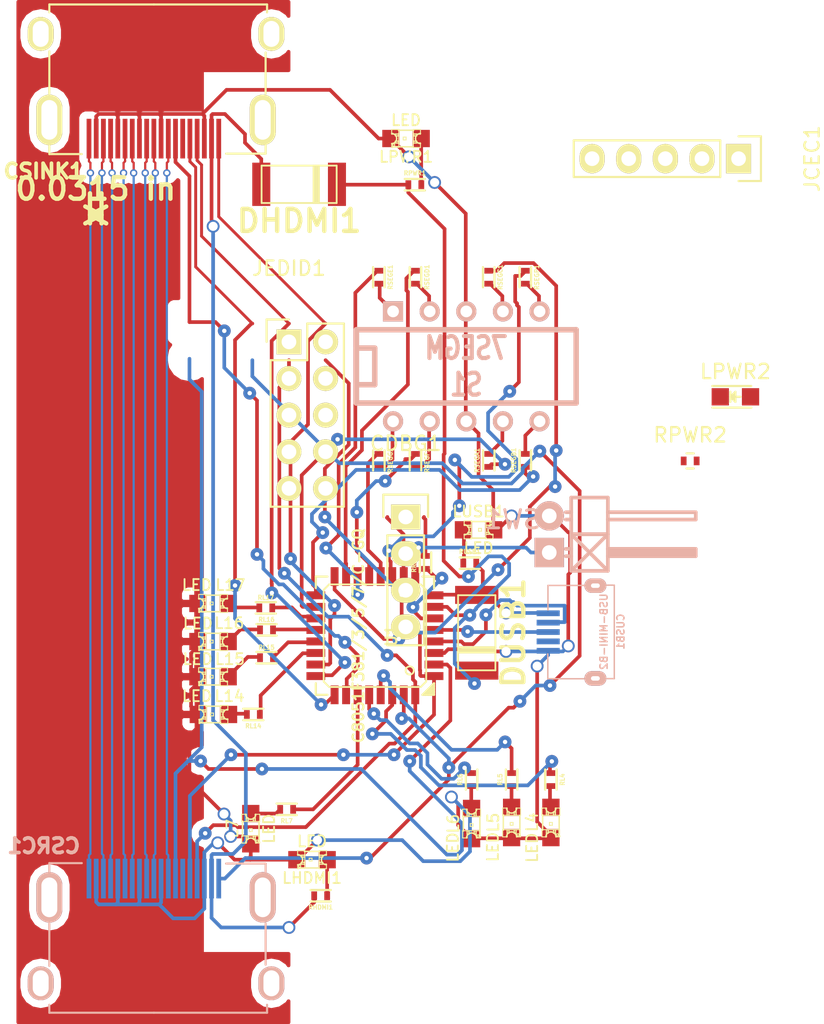
<source format=kicad_pcb>
(kicad_pcb (version 4) (host pcbnew 4.0.4+e1-6308~48~ubuntu14.04.1-stable)
  (layers (0 F.Cu signal) (31 B.Cu signal) (34 B.Paste user) (35 F.Paste user) (36 B.SilkS user) (37 F.SilkS user) (38 B.Mask user) (39 F.Mask user) (44 Edge.Cuts user))
  (net 0 "")
  (net 1 "Net-(CDBG1-Pad2)")
  (net 2 /CLK+)
  (net 3 /D0-)
  (net 4 GND)
  (net 5 /D0+)
  (net 6 /D1-)
  (net 7 /D1+)
  (net 8 /D2-)
  (net 9 /D2+)
  (net 10 /CLK-)
  (net 11 /SINK_CEC)
  (net 12 /SINK_SCL)
  (net 13 /SINK_SDA)
  (net 14 /VHDMI)
  (net 15 /SINK_HPD)
  (net 16 /SRC_CEC)
  (net 17 /SRC_SCL)
  (net 18 /SRC_SDA)
  (net 19 /SRC_HPD)
  (net 20 /D+)
  (net 21 /D-)
  (net 22 /VUSB)
  (net 23 "Net-(L4-Pad1)")
  (net 24 "Net-(L5-Pad1)")
  (net 25 "Net-(L6-Pad1)")
  (net 26 "Net-(L7-Pad1)")
  (net 27 "Net-(L14-Pad1)")
  (net 28 "Net-(L15-Pad1)")
  (net 29 "Net-(L16-Pad1)")
  (net 30 "Net-(L17-Pad1)")
  (net 31 "Net-(LHDMI1-Pad1)")
  (net 32 "Net-(LPWR1-Pad1)")
  (net 33 "Net-(LUSB1-Pad1)")
  (net 34 "Net-(RL4-Pad1)")
  (net 35 "Net-(RL5-Pad1)")
  (net 36 "Net-(RL6-Pad1)")
  (net 37 "Net-(RL7-Pad1)")
  (net 38 "Net-(RL14-Pad1)")
  (net 39 "Net-(RL15-Pad1)")
  (net 40 "Net-(RL16-Pad1)")
  (net 41 "Net-(RL17-Pad1)")
  (net 42 /VCC5V0)
  (net 43 /VCC3V3)
  (net 44 "Net-(RSEGA1-Pad1)")
  (net 45 "Net-(RSEGA1-Pad2)")
  (net 46 "Net-(RSEGB1-Pad1)")
  (net 47 "Net-(RSEGB1-Pad2)")
  (net 48 "Net-(RSEGC1-Pad1)")
  (net 49 "Net-(RSEGC1-Pad2)")
  (net 50 "Net-(RSEGD1-Pad1)")
  (net 51 "Net-(RSEGD1-Pad2)")
  (net 52 "Net-(RSEGE1-Pad1)")
  (net 53 "Net-(RSEGE1-Pad2)")
  (net 54 "Net-(RSEGF1-Pad1)")
  (net 55 "Net-(RSEGF1-Pad2)")
  (net 56 "Net-(RSEGG1-Pad1)")
  (net 57 "Net-(RSEGG1-Pad2)")
  (net 58 "Net-(RSEGP1-Pad1)")
  (net 59 "Net-(RSEGP1-Pad2)")
  (net 60 "Net-(CUSB1-Pad4)")
  (net 61 "Net-(CDBG1-Pad3)")
  (net 62 /RES)
  (net 63 "Net-(JCEC1-Pad1)")
  (net 64 "Net-(LPWR2-Pad1)")
  (module hdmi:hdmi (layer F.Cu) (at 103.718 63.858 180)
    (fp_text reference CSINK1 (at 7.635 -3.563 180) (layer F.SilkS) (effects (font (size 1.016 1.016) (thickness 0.254))))
    (fp_text value HDMI hide)
    (pad 10 smd rect (at 0 -1.3 180) (size 0.3302 2.75) (layers F.Cu F.Paste F.Mask) (net 2 /CLK+))
    (pad 9 smd rect (at 0.5 -1.3 180) (size 0.3302 2.75) (layers F.Cu F.Paste F.Mask) (net 3 /D0-))
    (pad 8 smd rect (at 1 -1.3 180) (size 0.3302 2.75) (layers F.Cu F.Paste F.Mask) (net 4 GND))
    (pad 7 smd rect (at 1.5 -1.3 180) (size 0.3302 2.75) (layers F.Cu F.Paste F.Mask) (net 5 /D0+))
    (pad 6 smd rect (at 2 -1.3 180) (size 0.3302 2.75) (layers F.Cu F.Paste F.Mask) (net 6 /D1-))
    (pad 5 smd rect (at 2.5 -1.3 180) (size 0.3302 2.75) (layers F.Cu F.Paste F.Mask) (net 4 GND))
    (pad 4 smd rect (at 3 -1.3 180) (size 0.3302 2.75) (layers F.Cu F.Paste F.Mask) (net 7 /D1+))
    (pad 3 smd rect (at 3.5 -1.3 180) (size 0.3302 2.75) (layers F.Cu F.Paste F.Mask) (net 8 /D2-))
    (pad 2 smd rect (at 4 -1.3 180) (size 0.3302 2.75) (layers F.Cu F.Paste F.Mask) (net 4 GND))
    (pad 1 smd rect (at 4.5 -1.3 180) (size 0.3302 2.75) (layers F.Cu F.Paste F.Mask) (net 9 /D2+))
    (pad 11 smd rect (at -0.5 -1.3 180) (size 0.3302 2.75) (layers F.Cu F.Paste F.Mask) (net 4 GND))
    (pad 12 smd rect (at -1 -1.3 180) (size 0.3302 2.75) (layers F.Cu F.Paste F.Mask) (net 10 /CLK-))
    (pad 13 smd rect (at -1.5 -1.3 180) (size 0.3302 2.75) (layers F.Cu F.Paste F.Mask) (net 11 /SINK_CEC))
    (pad 14 smd rect (at -2 -1.3 180) (size 0.3302 2.75) (layers F.Cu F.Paste F.Mask) (net 62 /RES))
    (pad 15 smd rect (at -2.5 -1.3 180) (size 0.3302 2.75) (layers F.Cu F.Paste F.Mask) (net 12 /SINK_SCL))
    (pad 16 smd rect (at -3 -1.3 180) (size 0.3302 2.75) (layers F.Cu F.Paste F.Mask) (net 13 /SINK_SDA))
    (pad 17 smd rect (at -3.5 -1.3 180) (size 0.3302 2.75) (layers F.Cu F.Paste F.Mask) (net 4 GND))
    (pad 18 smd rect (at -4 -1.3 180) (size 0.3302 2.75) (layers F.Cu F.Paste F.Mask) (net 14 /VHDMI))
    (pad 19 smd rect (at -4.5 -1.3 180) (size 0.3302 2.75) (layers F.Cu F.Paste F.Mask) (net 15 /SINK_HPD))
    (pad 0 thru_hole oval (at -7.55 0 180) (size 1.8 3.5) (drill oval 1.1 2.75) (layers *.Cu *.Mask F.SilkS))
    (pad 0 thru_hole oval (at 7.25 0 180) (size 1.8 3.5) (drill oval 1.1 2.75) (layers *.Cu *.Mask F.SilkS))
    (pad 0 thru_hole oval (at -8.15 5.96 180) (size 1.8 2.35) (drill oval 1.1 1.8) (layers *.Cu *.Mask F.SilkS))
    (pad 0 thru_hole oval (at 7.85 5.96 180) (size 1.8 2.35) (drill oval 1.1 1.8) (layers *.Cu *.Mask F.SilkS))
  )
  (module hdmi:hdmi (layer B.Cu) (at 103.718 117.758 180)
    (fp_text reference CSRC1 (at 7.635 3.563 180) (layer B.SilkS) (effects (font (size 1.016 1.016) (thickness 0.254)) (justify mirror)))
    (fp_text value HDMI hide)
    (pad 10 smd rect (at 0 1.3 180) (size 0.3302 2.75) (layers B.Cu B.Paste B.Mask) (net 2 /CLK+))
    (pad 9 smd rect (at 0.5 1.3 180) (size 0.3302 2.75) (layers B.Cu B.Paste B.Mask) (net 3 /D0-))
    (pad 8 smd rect (at 1 1.3 180) (size 0.3302 2.75) (layers B.Cu B.Paste B.Mask) (net 4 GND))
    (pad 7 smd rect (at 1.5 1.3 180) (size 0.3302 2.75) (layers B.Cu B.Paste B.Mask) (net 5 /D0+))
    (pad 6 smd rect (at 2 1.3 180) (size 0.3302 2.75) (layers B.Cu B.Paste B.Mask) (net 6 /D1-))
    (pad 5 smd rect (at 2.5 1.3 180) (size 0.3302 2.75) (layers B.Cu B.Paste B.Mask) (net 4 GND))
    (pad 4 smd rect (at 3 1.3 180) (size 0.3302 2.75) (layers B.Cu B.Paste B.Mask) (net 7 /D1+))
    (pad 3 smd rect (at 3.5 1.3 180) (size 0.3302 2.75) (layers B.Cu B.Paste B.Mask) (net 8 /D2-))
    (pad 2 smd rect (at 4 1.3 180) (size 0.3302 2.75) (layers B.Cu B.Paste B.Mask) (net 4 GND))
    (pad 1 smd rect (at 4.5 1.3 180) (size 0.3302 2.75) (layers B.Cu B.Paste B.Mask) (net 9 /D2+))
    (pad 11 smd rect (at -0.5 1.3 180) (size 0.3302 2.75) (layers B.Cu B.Paste B.Mask) (net 4 GND))
    (pad 12 smd rect (at -1 1.3 180) (size 0.3302 2.75) (layers B.Cu B.Paste B.Mask) (net 10 /CLK-))
    (pad 13 smd rect (at -1.5 1.3 180) (size 0.3302 2.75) (layers B.Cu B.Paste B.Mask) (net 16 /SRC_CEC))
    (pad 14 smd rect (at -2 1.3 180) (size 0.3302 2.75) (layers B.Cu B.Paste B.Mask) (net 62 /RES))
    (pad 15 smd rect (at -2.5 1.3 180) (size 0.3302 2.75) (layers B.Cu B.Paste B.Mask) (net 17 /SRC_SCL))
    (pad 16 smd rect (at -3 1.3 180) (size 0.3302 2.75) (layers B.Cu B.Paste B.Mask) (net 18 /SRC_SDA))
    (pad 17 smd rect (at -3.5 1.3 180) (size 0.3302 2.75) (layers B.Cu B.Paste B.Mask) (net 4 GND))
    (pad 18 smd rect (at -4 1.3 180) (size 0.3302 2.75) (layers B.Cu B.Paste B.Mask) (net 14 /VHDMI))
    (pad 19 smd rect (at -4.5 1.3 180) (size 0.3302 2.75) (layers B.Cu B.Paste B.Mask) (net 19 /SRC_HPD))
    (pad 0 thru_hole oval (at -7.55 0 180) (size 1.8 3.5) (drill oval 1.1 2.75) (layers *.Cu *.Mask B.SilkS))
    (pad 0 thru_hole oval (at 7.25 0 180) (size 1.8 3.5) (drill oval 1.1 2.75) (layers *.Cu *.Mask B.SilkS))
    (pad 0 thru_hole oval (at -8.15 -5.96 180) (size 1.8 2.35) (drill oval 1.1 1.8) (layers *.Cu *.Mask B.SilkS))
    (pad 0 thru_hole oval (at 7.85 -5.96 180) (size 1.8 2.35) (drill oval 1.1 1.8) (layers *.Cu *.Mask B.SilkS))
  )
  (module micro-usb:micro-usb (layer B.Cu) (at 134.3406 99.3648 270)
    (fp_text reference CUSB1 (at -0.0254 -1.7526 270) (layer B.SilkS) (effects (font (size 0.5 0.5) (thickness 0.1)) (justify mirror)))
    (fp_text value USB-MINI-B2 (at -0.0254 -0.5842 270) (layer B.SilkS) (effects (font (size 0.5 0.5) (thickness 0.1)) (justify mirror)))
    (pad "" thru_hole oval (at -3.215 0 270) (size 1 1.524) (drill oval 0.31 0.61) (layers *.Cu *.Mask B.SilkS) (clearance 0.01))
    (pad "" thru_hole oval (at 3.215 0 270) (size 1 1.524) (drill oval 0.31 0.61) (layers *.Cu *.Mask B.SilkS) (clearance 0.01))
    (pad 3 smd rect (at 0 3.275 270) (size 0.4 1.6) (layers B.Cu B.Paste B.Mask) (net 21 /D-))
    (pad 4 smd rect (at 0.65 3.275 270) (size 0.4 1.6) (layers B.Cu B.Paste B.Mask) (net 60 "Net-(CUSB1-Pad4)"))
    (pad 2 smd rect (at -0.65 3.275 270) (size 0.4 1.6) (layers B.Cu B.Paste B.Mask) (net 20 /D+))
    (pad 5 smd rect (at 1.3 3.275 270) (size 0.4 1.6) (layers B.Cu B.Paste B.Mask) (net 4 GND))
    (pad 1 smd rect (at -1.3 3.275 270) (size 0.4 1.6) (layers B.Cu B.Paste B.Mask) (net 22 /VUSB))
  )
  (module sod323:sod323 (layer F.Cu) (at 113.792 68.326)
    (fp_text reference DHDMI1 (at 0 2.54) (layer F.SilkS) (effects (font (thickness 0.3048))))
    (fp_text value DIODE hide)
    (pad 1 smd rect (at -2.62382 0) (size 1.24968 2.99974) (layers F.Cu F.Paste F.Mask) (net 14 /VHDMI))
    (pad 2 smd rect (at 2.62382 0) (size 1.24968 2.99974) (layers F.Cu F.Paste F.Mask) (net 42 /VCC5V0))
  )
  (module sod323:sod323 (layer F.Cu) (at 126.111 99.4156 270)
    (fp_text reference DUSB1 (at 0 -2.54 270) (layer F.SilkS) (effects (font (thickness 0.3048))))
    (fp_text value DIODE hide)
    (pad 1 smd rect (at -2.62382 0 270) (size 1.24968 2.99974) (layers F.Cu F.Paste F.Mask) (net 22 /VUSB))
    (pad 2 smd rect (at 2.62382 0 270) (size 1.24968 2.99974) (layers F.Cu F.Paste F.Mask) (net 42 /VCC5V0))
  )
  (module LEDs:LED-0805 (layer F.Cu) (at 131.2544 112.5678 270)
    (fp_text reference L4 (at -0.025 1.3 270) (layer F.SilkS) (effects (font (size 0.762 0.762) (thickness 0.127))))
    (fp_text value LED (at 1.75 1.3 270) (layer F.SilkS) (effects (font (size 0.762 0.762) (thickness 0.127))))
    (pad 1 smd rect (at -1.04902 0 270) (size 1.19888 1.19888) (layers F.Cu F.Paste F.Mask) (net 23 "Net-(L4-Pad1)"))
    (pad 2 smd rect (at 1.04902 0 270) (size 1.19888 1.19888) (layers F.Cu F.Paste F.Mask) (net 4 GND))
  )
  (module LEDs:LED-0805 (layer F.Cu) (at 128.5294 112.5678 270)
    (fp_text reference L5 (at 0 1.27 270) (layer F.SilkS) (effects (font (size 0.762 0.762) (thickness 0.127))))
    (fp_text value LED (at 1.7 1.3 270) (layer F.SilkS) (effects (font (size 0.762 0.762) (thickness 0.127))))
    (pad 1 smd rect (at -1.04902 0 270) (size 1.19888 1.19888) (layers F.Cu F.Paste F.Mask) (net 24 "Net-(L5-Pad1)"))
    (pad 2 smd rect (at 1.04902 0 270) (size 1.19888 1.19888) (layers F.Cu F.Paste F.Mask) (net 4 GND))
  )
  (module LEDs:LED-0805 (layer F.Cu) (at 125.7544 112.6428 270)
    (fp_text reference L6 (at 0 1.27 270) (layer F.SilkS) (effects (font (size 0.762 0.762) (thickness 0.127))))
    (fp_text value LED (at 1.65 1.3 270) (layer F.SilkS) (effects (font (size 0.762 0.762) (thickness 0.127))))
    (pad 1 smd rect (at -1.04902 0 270) (size 1.19888 1.19888) (layers F.Cu F.Paste F.Mask) (net 25 "Net-(L6-Pad1)"))
    (pad 2 smd rect (at 1.04902 0 270) (size 1.19888 1.19888) (layers F.Cu F.Paste F.Mask) (net 4 GND))
  )
  (module LEDs:LED-0805 (layer F.Cu) (at 110.437 112.998 270)
    (fp_text reference L7 (at 0 1.27 270) (layer F.SilkS) (effects (font (size 0.762 0.762) (thickness 0.127))))
    (fp_text value LED (at 0 -1.27 270) (layer F.SilkS) (effects (font (size 0.762 0.762) (thickness 0.127))))
    (pad 1 smd rect (at -1.04902 0 270) (size 1.19888 1.19888) (layers F.Cu F.Paste F.Mask) (net 26 "Net-(L7-Pad1)"))
    (pad 2 smd rect (at 1.04902 0 270) (size 1.19888 1.19888) (layers F.Cu F.Paste F.Mask) (net 4 GND))
  )
  (module LEDs:LED-0805 (layer F.Cu) (at 107.8484 105.0798 180)
    (fp_text reference L14 (at -1.1176 1.27 180) (layer F.SilkS) (effects (font (size 0.762 0.762) (thickness 0.127))))
    (fp_text value LED (at 1.143 1.27 180) (layer F.SilkS) (effects (font (size 0.762 0.762) (thickness 0.127))))
    (pad 1 smd rect (at -1.04902 0 180) (size 1.19888 1.19888) (layers F.Cu F.Paste F.Mask) (net 27 "Net-(L14-Pad1)"))
    (pad 2 smd rect (at 1.04902 0 180) (size 1.19888 1.19888) (layers F.Cu F.Paste F.Mask) (net 4 GND))
  )
  (module LEDs:LED-0805 (layer F.Cu) (at 107.823 102.4636 180)
    (fp_text reference L15 (at -1.1684 1.2192 180) (layer F.SilkS) (effects (font (size 0.762 0.762) (thickness 0.127))))
    (fp_text value LED (at 1.0668 1.2192 180) (layer F.SilkS) (effects (font (size 0.762 0.762) (thickness 0.127))))
    (pad 1 smd rect (at -1.04902 0 180) (size 1.19888 1.19888) (layers F.Cu F.Paste F.Mask) (net 28 "Net-(L15-Pad1)"))
    (pad 2 smd rect (at 1.04902 0 180) (size 1.19888 1.19888) (layers F.Cu F.Paste F.Mask) (net 4 GND))
  )
  (module LEDs:LED-0805 (layer F.Cu) (at 107.823 100.0252 180)
    (fp_text reference L16 (at -1.125 1.275 180) (layer F.SilkS) (effects (font (size 0.762 0.762) (thickness 0.127))))
    (fp_text value LED (at 1.05 1.25 180) (layer F.SilkS) (effects (font (size 0.762 0.762) (thickness 0.127))))
    (pad 1 smd rect (at -1.04902 0 180) (size 1.19888 1.19888) (layers F.Cu F.Paste F.Mask) (net 29 "Net-(L16-Pad1)"))
    (pad 2 smd rect (at 1.04902 0 180) (size 1.19888 1.19888) (layers F.Cu F.Paste F.Mask) (net 4 GND))
  )
  (module LEDs:LED-0805 (layer F.Cu) (at 107.823 97.3836 180)
    (fp_text reference L17 (at -1.2 1.275 180) (layer F.SilkS) (effects (font (size 0.762 0.762) (thickness 0.127))))
    (fp_text value LED (at 1.125 1.275 180) (layer F.SilkS) (effects (font (size 0.762 0.762) (thickness 0.127))))
    (pad 1 smd rect (at -1.04902 0 180) (size 1.19888 1.19888) (layers F.Cu F.Paste F.Mask) (net 30 "Net-(L17-Pad1)"))
    (pad 2 smd rect (at 1.04902 0 180) (size 1.19888 1.19888) (layers F.Cu F.Paste F.Mask) (net 4 GND))
  )
  (module LEDs:LED-0805 (layer F.Cu) (at 114.687 115.148 180)
    (fp_text reference LHDMI1 (at 0 -1.27 180) (layer F.SilkS) (effects (font (size 0.762 0.762) (thickness 0.127))))
    (fp_text value LED (at 0 1.27 180) (layer F.SilkS) (effects (font (size 0.762 0.762) (thickness 0.127))))
    (pad 1 smd rect (at -1.04902 0 180) (size 1.19888 1.19888) (layers F.Cu F.Paste F.Mask) (net 31 "Net-(LHDMI1-Pad1)"))
    (pad 2 smd rect (at 1.04902 0 180) (size 1.19888 1.19888) (layers F.Cu F.Paste F.Mask) (net 4 GND))
  )
  (module LEDs:LED-0805 (layer F.Cu) (at 121.2088 65.151 180)
    (fp_text reference LPWR1 (at 0 -1.27 180) (layer F.SilkS) (effects (font (size 0.762 0.762) (thickness 0.127))))
    (fp_text value LED (at 0 1.27 180) (layer F.SilkS) (effects (font (size 0.762 0.762) (thickness 0.127))))
    (pad 1 smd rect (at -1.04902 0 180) (size 1.19888 1.19888) (layers F.Cu F.Paste F.Mask) (net 32 "Net-(LPWR1-Pad1)"))
    (pad 2 smd rect (at 1.04902 0 180) (size 1.19888 1.19888) (layers F.Cu F.Paste F.Mask) (net 4 GND))
  )
  (module LEDs:LED-0805 (layer F.Cu) (at 126.238 92.2782)
    (fp_text reference LUSB1 (at 0 -1.27) (layer F.SilkS) (effects (font (size 0.762 0.762) (thickness 0.127))))
    (fp_text value LED (at 0 1.27) (layer F.SilkS) (effects (font (size 0.762 0.762) (thickness 0.127))))
    (pad 1 smd rect (at -1.04902 0) (size 1.19888 1.19888) (layers F.Cu F.Paste F.Mask) (net 33 "Net-(LUSB1-Pad1)"))
    (pad 2 smd rect (at 1.04902 0) (size 1.19888 1.19888) (layers F.Cu F.Paste F.Mask) (net 4 GND))
  )
  (module Resistors_SMD:R_0402 (layer F.Cu) (at 115.287 117.648 180)
    (fp_text reference RHDMI1 (at 0 -0.8 180) (layer F.SilkS) (effects (font (size 0.3 0.3) (thickness 0.07))))
    (fp_text value R hide)
    (pad 1 smd rect (at -0.44958 0 180) (size 0.39878 0.59944) (layers F.Cu F.Paste F.Mask) (net 31 "Net-(LHDMI1-Pad1)"))
    (pad 2 smd rect (at 0.44958 0 180) (size 0.39878 0.59944) (layers F.Cu F.Paste F.Mask) (net 14 /VHDMI))
  )
  (module Resistors_SMD:R_0402 (layer F.Cu) (at 131.2544 109.5928 270)
    (fp_text reference RL4 (at 0 -0.8 270) (layer F.SilkS) (effects (font (size 0.3 0.3) (thickness 0.07))))
    (fp_text value R hide)
    (pad 1 smd rect (at -0.44958 0 270) (size 0.39878 0.59944) (layers F.Cu F.Paste F.Mask) (net 34 "Net-(RL4-Pad1)"))
    (pad 2 smd rect (at 0.44958 0 270) (size 0.39878 0.59944) (layers F.Cu F.Paste F.Mask) (net 23 "Net-(L4-Pad1)"))
  )
  (module Resistors_SMD:R_0402 (layer F.Cu) (at 128.5294 109.5928 270)
    (fp_text reference RL5 (at 0 0.8 270) (layer F.SilkS) (effects (font (size 0.3 0.3) (thickness 0.07))))
    (fp_text value R hide)
    (pad 1 smd rect (at -0.44958 0 270) (size 0.39878 0.59944) (layers F.Cu F.Paste F.Mask) (net 35 "Net-(RL5-Pad1)"))
    (pad 2 smd rect (at 0.44958 0 270) (size 0.39878 0.59944) (layers F.Cu F.Paste F.Mask) (net 24 "Net-(L5-Pad1)"))
  )
  (module Resistors_SMD:R_0402 (layer F.Cu) (at 125.7544 109.5928 270)
    (fp_text reference RL6 (at 0 0.8 270) (layer F.SilkS) (effects (font (size 0.3 0.3) (thickness 0.07))))
    (fp_text value R hide)
    (pad 1 smd rect (at -0.44958 0 270) (size 0.39878 0.59944) (layers F.Cu F.Paste F.Mask) (net 36 "Net-(RL6-Pad1)"))
    (pad 2 smd rect (at 0.44958 0 270) (size 0.39878 0.59944) (layers F.Cu F.Paste F.Mask) (net 25 "Net-(L6-Pad1)"))
  )
  (module Resistors_SMD:R_0402 (layer F.Cu) (at 112.9284 111.6584 180)
    (fp_text reference RL7 (at 0 -0.8 180) (layer F.SilkS) (effects (font (size 0.3 0.3) (thickness 0.07))))
    (fp_text value R hide)
    (pad 1 smd rect (at -0.44958 0 180) (size 0.39878 0.59944) (layers F.Cu F.Paste F.Mask) (net 37 "Net-(RL7-Pad1)"))
    (pad 2 smd rect (at 0.44958 0 180) (size 0.39878 0.59944) (layers F.Cu F.Paste F.Mask) (net 26 "Net-(L7-Pad1)"))
  )
  (module Resistors_SMD:R_0402 (layer F.Cu) (at 110.617 105.0798 180)
    (fp_text reference RL14 (at 0 -0.8 180) (layer F.SilkS) (effects (font (size 0.3 0.3) (thickness 0.07))))
    (fp_text value R hide)
    (pad 1 smd rect (at -0.44958 0 180) (size 0.39878 0.59944) (layers F.Cu F.Paste F.Mask) (net 38 "Net-(RL14-Pad1)"))
    (pad 2 smd rect (at 0.44958 0 180) (size 0.39878 0.59944) (layers F.Cu F.Paste F.Mask) (net 27 "Net-(L14-Pad1)"))
  )
  (module Resistors_SMD:R_0402 (layer F.Cu) (at 111.5314 101.1428 180)
    (fp_text reference RL15 (at 0 0.7112 180) (layer F.SilkS) (effects (font (size 0.3 0.3) (thickness 0.07))))
    (fp_text value R hide)
    (pad 1 smd rect (at -0.44958 0 180) (size 0.39878 0.59944) (layers F.Cu F.Paste F.Mask) (net 39 "Net-(RL15-Pad1)"))
    (pad 2 smd rect (at 0.44958 0 180) (size 0.39878 0.59944) (layers F.Cu F.Paste F.Mask) (net 28 "Net-(L15-Pad1)"))
  )
  (module Resistors_SMD:R_0402 (layer F.Cu) (at 111.5314 99.2124 180)
    (fp_text reference RL16 (at 0 0.7112 180) (layer F.SilkS) (effects (font (size 0.3 0.3) (thickness 0.07))))
    (fp_text value R hide)
    (pad 1 smd rect (at -0.44958 0 180) (size 0.39878 0.59944) (layers F.Cu F.Paste F.Mask) (net 40 "Net-(RL16-Pad1)"))
    (pad 2 smd rect (at 0.44958 0 180) (size 0.39878 0.59944) (layers F.Cu F.Paste F.Mask) (net 29 "Net-(L16-Pad1)"))
  )
  (module Resistors_SMD:R_0402 (layer F.Cu) (at 111.4806 97.6884 180)
    (fp_text reference RL17 (at 0 0.7112 180) (layer F.SilkS) (effects (font (size 0.3 0.3) (thickness 0.07))))
    (fp_text value R hide)
    (pad 1 smd rect (at -0.44958 0 180) (size 0.39878 0.59944) (layers F.Cu F.Paste F.Mask) (net 41 "Net-(RL17-Pad1)"))
    (pad 2 smd rect (at 0.44958 0 180) (size 0.39878 0.59944) (layers F.Cu F.Paste F.Mask) (net 30 "Net-(L17-Pad1)"))
  )
  (module Resistors_SMD:R_0402 (layer F.Cu) (at 121.8184 68.3514)
    (fp_text reference RPWR1 (at 0 -0.8) (layer F.SilkS) (effects (font (size 0.3 0.3) (thickness 0.07))))
    (fp_text value R hide)
    (pad 1 smd rect (at -0.44958 0) (size 0.39878 0.59944) (layers F.Cu F.Paste F.Mask) (net 42 /VCC5V0))
    (pad 2 smd rect (at 0.44958 0) (size 0.39878 0.59944) (layers F.Cu F.Paste F.Mask) (net 32 "Net-(LPWR1-Pad1)"))
  )
  (module Resistors_SMD:R_0402 (layer F.Cu) (at 122.555 94.5388 270)
    (fp_text reference RRST1 (at 0 0.8 270) (layer F.SilkS) (effects (font (size 0.3 0.3) (thickness 0.07))))
    (fp_text value R hide)
    (pad 1 smd rect (at -0.44958 0 270) (size 0.39878 0.59944) (layers F.Cu F.Paste F.Mask) (net 1 "Net-(CDBG1-Pad2)"))
    (pad 2 smd rect (at 0.44958 0 270) (size 0.39878 0.59944) (layers F.Cu F.Paste F.Mask) (net 43 /VCC3V3))
  )
  (module Resistors_SMD:R_0402 (layer F.Cu) (at 126.942 87.466 90)
    (fp_text reference RSEGA1 (at 0 -0.8 90) (layer F.SilkS) (effects (font (size 0.3 0.3) (thickness 0.07))))
    (fp_text value R hide)
    (pad 1 smd rect (at -0.44958 0 90) (size 0.39878 0.59944) (layers F.Cu F.Paste F.Mask) (net 44 "Net-(RSEGA1-Pad1)"))
    (pad 2 smd rect (at 0.44958 0 90) (size 0.39878 0.59944) (layers F.Cu F.Paste F.Mask) (net 45 "Net-(RSEGA1-Pad2)"))
  )
  (module Resistors_SMD:R_0402 (layer F.Cu) (at 129.482 87.466 90)
    (fp_text reference RSEGB1 (at 0 -0.8 90) (layer F.SilkS) (effects (font (size 0.3 0.3) (thickness 0.07))))
    (fp_text value R hide)
    (pad 1 smd rect (at -0.44958 0 90) (size 0.39878 0.59944) (layers F.Cu F.Paste F.Mask) (net 46 "Net-(RSEGB1-Pad1)"))
    (pad 2 smd rect (at 0.44958 0 90) (size 0.39878 0.59944) (layers F.Cu F.Paste F.Mask) (net 47 "Net-(RSEGB1-Pad2)"))
  )
  (module Resistors_SMD:R_0402 (layer F.Cu) (at 126.942 74.766 270)
    (fp_text reference RSEGC1 (at 0 -0.8 270) (layer F.SilkS) (effects (font (size 0.3 0.3) (thickness 0.07))))
    (fp_text value R hide)
    (pad 1 smd rect (at -0.44958 0 270) (size 0.39878 0.59944) (layers F.Cu F.Paste F.Mask) (net 48 "Net-(RSEGC1-Pad1)"))
    (pad 2 smd rect (at 0.44958 0 270) (size 0.39878 0.59944) (layers F.Cu F.Paste F.Mask) (net 49 "Net-(RSEGC1-Pad2)"))
  )
  (module Resistors_SMD:R_0402 (layer F.Cu) (at 121.862 74.766 270)
    (fp_text reference RSEGD1 (at 0 -0.8 270) (layer F.SilkS) (effects (font (size 0.3 0.3) (thickness 0.07))))
    (fp_text value R hide)
    (pad 1 smd rect (at -0.44958 0 270) (size 0.39878 0.59944) (layers F.Cu F.Paste F.Mask) (net 50 "Net-(RSEGD1-Pad1)"))
    (pad 2 smd rect (at 0.44958 0 270) (size 0.39878 0.59944) (layers F.Cu F.Paste F.Mask) (net 51 "Net-(RSEGD1-Pad2)"))
  )
  (module Resistors_SMD:R_0402 (layer F.Cu) (at 119.322 74.766 270)
    (fp_text reference RSEGE1 (at 0 -0.8 270) (layer F.SilkS) (effects (font (size 0.3 0.3) (thickness 0.07))))
    (fp_text value R hide)
    (pad 1 smd rect (at -0.44958 0 270) (size 0.39878 0.59944) (layers F.Cu F.Paste F.Mask) (net 52 "Net-(RSEGE1-Pad1)"))
    (pad 2 smd rect (at 0.44958 0 270) (size 0.39878 0.59944) (layers F.Cu F.Paste F.Mask) (net 53 "Net-(RSEGE1-Pad2)"))
  )
  (module Resistors_SMD:R_0402 (layer F.Cu) (at 121.862 87.466 270)
    (fp_text reference RSEGF1 (at 0 -0.8 270) (layer F.SilkS) (effects (font (size 0.3 0.3) (thickness 0.07))))
    (fp_text value R hide)
    (pad 1 smd rect (at -0.44958 0 270) (size 0.39878 0.59944) (layers F.Cu F.Paste F.Mask) (net 54 "Net-(RSEGF1-Pad1)"))
    (pad 2 smd rect (at 0.44958 0 270) (size 0.39878 0.59944) (layers F.Cu F.Paste F.Mask) (net 55 "Net-(RSEGF1-Pad2)"))
  )
  (module Resistors_SMD:R_0402 (layer F.Cu) (at 119.322 87.466 270)
    (fp_text reference RSEGG1 (at 0 -0.8 270) (layer F.SilkS) (effects (font (size 0.3 0.3) (thickness 0.07))))
    (fp_text value R hide)
    (pad 1 smd rect (at -0.44958 0 270) (size 0.39878 0.59944) (layers F.Cu F.Paste F.Mask) (net 56 "Net-(RSEGG1-Pad1)"))
    (pad 2 smd rect (at 0.44958 0 270) (size 0.39878 0.59944) (layers F.Cu F.Paste F.Mask) (net 57 "Net-(RSEGG1-Pad2)"))
  )
  (module Resistors_SMD:R_0402 (layer F.Cu) (at 129.482 74.766 270)
    (fp_text reference RSEGP1 (at 0 -0.8 270) (layer F.SilkS) (effects (font (size 0.3 0.3) (thickness 0.07))))
    (fp_text value R hide)
    (pad 1 smd rect (at -0.44958 0 270) (size 0.39878 0.59944) (layers F.Cu F.Paste F.Mask) (net 58 "Net-(RSEGP1-Pad1)"))
    (pad 2 smd rect (at 0.44958 0 270) (size 0.39878 0.59944) (layers F.Cu F.Paste F.Mask) (net 59 "Net-(RSEGP1-Pad2)"))
  )
  (module Resistors_SMD:R_0402 (layer F.Cu) (at 125.6284 94.5896)
    (fp_text reference RUSB1 (at 0 -0.8) (layer F.SilkS) (effects (font (size 0.3 0.3) (thickness 0.07))))
    (fp_text value R hide)
    (pad 1 smd rect (at -0.44958 0) (size 0.39878 0.59944) (layers F.Cu F.Paste F.Mask) (net 33 "Net-(LUSB1-Pad1)"))
    (pad 2 smd rect (at 0.44958 0) (size 0.39878 0.59944) (layers F.Cu F.Paste F.Mask) (net 22 /VUSB))
  )
  (module Pin_Headers:Pin_Header_Angled_1x02 (layer B.Cu) (at 131.1402 92.583 90)
    (fp_text reference SW1 (at 1.016 -2.54 360) (layer B.SilkS) (effects (font (size 1.27 1.27) (thickness 0.2032)) (justify mirror)))
    (fp_text value SW_PUSH hide)
    (pad 1 thru_hole rect (at -1.27 0 90) (size 2.032 2.032) (drill 1.016) (layers *.Cu *.Mask B.SilkS) (net 1 "Net-(CDBG1-Pad2)"))
    (pad 2 thru_hole oval (at 1.27 0 90) (size 2.032 2.032) (drill 1.016) (layers *.Cu *.Mask B.SilkS) (net 4 GND))
  )
  (module QFP:lqfp32 (layer F.Cu) (at 119.0498 99.6188 90)
    (fp_text reference U1 (at 0 1.143 90) (layer F.SilkS) (effects (font (size 0.7493 0.7493) (thickness 0.14986))))
    (fp_text value C8051F381/3/5/7/C-GQ (at 0 -1.143 90) (layer F.SilkS) (effects (font (size 0.7493 0.7493) (thickness 0.14986))))
    (pad 4 smd rect (at -0.39878 4.09956 90) (size 0.55118 1.30048) (layers F.Cu F.Paste F.Mask) (net 20 /D+))
    (pad 5 smd rect (at 0.39878 4.09956 90) (size 0.55118 1.30048) (layers F.Cu F.Paste F.Mask) (net 21 /D-))
    (pad 6 smd rect (at 1.19888 4.09956 90) (size 0.55118 1.30048) (layers F.Cu F.Paste F.Mask) (net 43 /VCC3V3))
    (pad 7 smd rect (at 1.99898 4.09956 90) (size 0.55118 1.30048) (layers F.Cu F.Paste F.Mask) (net 42 /VCC5V0))
    (pad 8 smd rect (at 2.79908 4.09956 90) (size 0.55118 1.30048) (layers F.Cu F.Paste F.Mask) (net 22 /VUSB))
    (pad 1 smd rect (at -2.79908 4.09956 90) (size 0.55118 1.30048) (layers F.Cu F.Paste F.Mask) (net 17 /SRC_SCL))
    (pad 2 smd rect (at -1.99898 4.09956 90) (size 0.55118 1.30048) (layers F.Cu F.Paste F.Mask) (net 16 /SRC_CEC))
    (pad 3 smd rect (at -1.19888 4.09956 90) (size 0.55118 1.30048) (layers F.Cu F.Paste F.Mask) (net 4 GND))
    (pad 9 smd rect (at 4.09956 2.79908 90) (size 1.30048 0.55118) (layers F.Cu F.Paste F.Mask) (net 1 "Net-(CDBG1-Pad2)"))
    (pad 10 smd rect (at 4.09956 1.99898 90) (size 1.30048 0.55118) (layers F.Cu F.Paste F.Mask) (net 61 "Net-(CDBG1-Pad3)"))
    (pad 11 smd rect (at 4.09956 1.19888 90) (size 1.30048 0.55118) (layers F.Cu F.Paste F.Mask) (net 58 "Net-(RSEGP1-Pad1)"))
    (pad 12 smd rect (at 4.09956 0.39878 90) (size 1.30048 0.55118) (layers F.Cu F.Paste F.Mask) (net 56 "Net-(RSEGG1-Pad1)"))
    (pad 13 smd rect (at 4.09956 -0.39878 90) (size 1.30048 0.55118) (layers F.Cu F.Paste F.Mask) (net 54 "Net-(RSEGF1-Pad1)"))
    (pad 14 smd rect (at 4.09956 -1.19888 90) (size 1.30048 0.55118) (layers F.Cu F.Paste F.Mask) (net 52 "Net-(RSEGE1-Pad1)"))
    (pad 15 smd rect (at 4.09956 -1.99898 90) (size 1.30048 0.55118) (layers F.Cu F.Paste F.Mask) (net 50 "Net-(RSEGD1-Pad1)"))
    (pad 16 smd rect (at 4.09956 -2.79908 90) (size 1.30048 0.55118) (layers F.Cu F.Paste F.Mask) (net 48 "Net-(RSEGC1-Pad1)"))
    (pad 17 smd rect (at 2.79908 -4.09956 90) (size 0.55118 1.30048) (layers F.Cu F.Paste F.Mask) (net 46 "Net-(RSEGB1-Pad1)"))
    (pad 18 smd rect (at 1.99898 -4.09956 90) (size 0.55118 1.30048) (layers F.Cu F.Paste F.Mask) (net 44 "Net-(RSEGA1-Pad1)"))
    (pad 19 smd rect (at 1.19888 -4.09956 90) (size 0.55118 1.30048) (layers F.Cu F.Paste F.Mask) (net 41 "Net-(RL17-Pad1)"))
    (pad 20 smd rect (at 0.39878 -4.09956 90) (size 0.55118 1.30048) (layers F.Cu F.Paste F.Mask) (net 40 "Net-(RL16-Pad1)"))
    (pad 21 smd rect (at -0.39878 -4.09956 90) (size 0.55118 1.30048) (layers F.Cu F.Paste F.Mask) (net 39 "Net-(RL15-Pad1)"))
    (pad 22 smd rect (at -1.19888 -4.09956 90) (size 0.55118 1.30048) (layers F.Cu F.Paste F.Mask) (net 38 "Net-(RL14-Pad1)"))
    (pad 23 smd rect (at -1.99898 -4.09956 90) (size 0.55118 1.30048) (layers F.Cu F.Paste F.Mask) (net 15 /SINK_HPD))
    (pad 24 smd rect (at -2.79908 -4.09956 90) (size 0.55118 1.30048) (layers F.Cu F.Paste F.Mask) (net 13 /SINK_SDA))
    (pad 25 smd rect (at -4.09956 -2.79908 90) (size 1.30048 0.55118) (layers F.Cu F.Paste F.Mask) (net 12 /SINK_SCL))
    (pad 26 smd rect (at -4.09956 -1.99898 90) (size 1.30048 0.55118) (layers F.Cu F.Paste F.Mask) (net 11 /SINK_CEC))
    (pad 27 smd rect (at -4.09956 -1.19888 90) (size 1.30048 0.55118) (layers F.Cu F.Paste F.Mask) (net 37 "Net-(RL7-Pad1)"))
    (pad 28 smd rect (at -4.09956 -0.39878 90) (size 1.30048 0.55118) (layers F.Cu F.Paste F.Mask) (net 36 "Net-(RL6-Pad1)"))
    (pad 29 smd rect (at -4.09956 0.39878 90) (size 1.30048 0.55118) (layers F.Cu F.Paste F.Mask) (net 35 "Net-(RL5-Pad1)"))
    (pad 30 smd rect (at -4.09956 1.19888 90) (size 1.30048 0.55118) (layers F.Cu F.Paste F.Mask) (net 34 "Net-(RL4-Pad1)"))
    (pad 31 smd rect (at -4.09956 1.99898 90) (size 1.30048 0.55118) (layers F.Cu F.Paste F.Mask) (net 19 /SRC_HPD))
    (pad 32 smd rect (at -4.09956 2.79908 90) (size 1.30048 0.55118) (layers F.Cu F.Paste F.Mask) (net 18 /SRC_SDA))
  )
  (module Sockets_DIP:DIP-10__300 (layer B.Cu) (at 125.387 80.948)
    (fp_text reference S1 (at 0 1.27) (layer B.SilkS) (effects (font (size 1.524 1.143) (thickness 0.3048)) (justify mirror)))
    (fp_text value 7SEGM (at 0 -1.27) (layer B.SilkS) (effects (font (size 1.524 1.143) (thickness 0.3048)) (justify mirror)))
    (pad 1 thru_hole rect (at -5.08 -3.81) (size 1.397 1.397) (drill 0.8128) (layers *.Cu *.Mask B.SilkS) (net 53 "Net-(RSEGE1-Pad2)"))
    (pad 2 thru_hole circle (at -2.54 -3.81) (size 1.397 1.397) (drill 0.8128) (layers *.Cu *.Mask B.SilkS) (net 51 "Net-(RSEGD1-Pad2)"))
    (pad 3 thru_hole circle (at 0 -3.81) (size 1.397 1.397) (drill 0.8128) (layers *.Cu *.Mask B.SilkS) (net 4 GND))
    (pad 4 thru_hole circle (at 2.54 -3.81) (size 1.397 1.397) (drill 0.8128) (layers *.Cu *.Mask B.SilkS) (net 49 "Net-(RSEGC1-Pad2)"))
    (pad 5 thru_hole circle (at 5.08 -3.81) (size 1.397 1.397) (drill 0.8128) (layers *.Cu *.Mask B.SilkS) (net 59 "Net-(RSEGP1-Pad2)"))
    (pad 6 thru_hole circle (at 5.08 3.81) (size 1.397 1.397) (drill 0.8128) (layers *.Cu *.Mask B.SilkS) (net 47 "Net-(RSEGB1-Pad2)"))
    (pad 7 thru_hole circle (at 2.54 3.81) (size 1.397 1.397) (drill 0.8128) (layers *.Cu *.Mask B.SilkS) (net 45 "Net-(RSEGA1-Pad2)"))
    (pad 8 thru_hole circle (at 0 3.81) (size 1.397 1.397) (drill 0.8128) (layers *.Cu *.Mask B.SilkS) (net 4 GND))
    (pad 9 thru_hole circle (at -2.54 3.81) (size 1.397 1.397) (drill 0.8128) (layers *.Cu *.Mask B.SilkS) (net 55 "Net-(RSEGF1-Pad2)"))
    (pad 10 thru_hole circle (at -5.08 3.81) (size 1.397 1.397) (drill 0.8128) (layers *.Cu *.Mask B.SilkS) (net 57 "Net-(RSEGG1-Pad2)"))
  )
  (module Resistors_SMD:R_0402 (layer F.Cu) (at 140.912 87.503)
    (fp_text reference RPWR2 (at 0 -1.8) (layer F.SilkS))
    (fp_text value R)
    (pad 1 smd rect (at -0.45 0) (size 0.4 0.6) (layers F.Cu F.Paste F.Mask) (net 64 "Net-(LPWR2-Pad1)"))
    (pad 2 smd rect (at 0.45 0) (size 0.4 0.6) (layers F.Cu F.Paste F.Mask) (net 43 /VCC3V3))
  )
  (module LEDs:LED_0805 (layer F.Cu) (at 144.05102 83.058)
    (fp_text reference LPWR2 (at 0 -1.75) (layer F.SilkS))
    (fp_text value LED)
    (pad 2 smd rect (at 1.04902 0 180) (size 1.19888 1.19888) (layers F.Cu F.Paste F.Mask) (net 4 GND))
    (pad 1 smd rect (at -1.04902 0 180) (size 1.19888 1.19888) (layers F.Cu F.Paste F.Mask) (net 64 "Net-(LPWR2-Pad1)"))
  )
  (module Pin_Headers:Pin_Header_Straight_1x04 (layer F.Cu) (at 121.1834 91.3892)
    (fp_text reference CDBG1 (at 0 -5.1) (layer F.SilkS))
    (fp_text value CONN_01X04)
    (pad 1 thru_hole rect (at 0 0) (size 2.032 1.7272) (drill 1.016) (layers *.Cu *.Mask F.SilkS) (net 4 GND))
    (pad 2 thru_hole oval (at 0 2.54) (size 2.032 1.7272) (drill 1.016) (layers *.Cu *.Mask F.SilkS) (net 1 "Net-(CDBG1-Pad2)"))
    (pad 3 thru_hole oval (at 0 5.08) (size 2.032 1.7272) (drill 1.016) (layers *.Cu *.Mask F.SilkS) (net 61 "Net-(CDBG1-Pad3)"))
    (pad 4 thru_hole oval (at 0 7.62) (size 2.032 1.7272) (drill 1.016) (layers *.Cu *.Mask F.SilkS) (net 43 /VCC3V3))
  )
  (module Pin_Headers:Pin_Header_Straight_1x05 (layer F.Cu) (at 144.272 66.548 270)
    (fp_text reference JCEC1 (at 0 -5.1 270) (layer F.SilkS))
    (fp_text value CONN_01X05)
    (pad 1 thru_hole rect (at 0 0 270) (size 2.032 1.7272) (drill 1.016) (layers *.Cu *.Mask F.SilkS) (net 63 "Net-(JCEC1-Pad1)"))
    (pad 2 thru_hole oval (at 0 2.54 270) (size 2.032 1.7272) (drill 1.016) (layers *.Cu *.Mask F.SilkS) (net 16 /SRC_CEC))
    (pad 3 thru_hole oval (at 0 5.08 270) (size 2.032 1.7272) (drill 1.016) (layers *.Cu *.Mask F.SilkS) (net 11 /SINK_CEC))
    (pad 4 thru_hole oval (at 0 7.62 270) (size 2.032 1.7272) (drill 1.016) (layers *.Cu *.Mask F.SilkS) (net 43 /VCC3V3))
    (pad 5 thru_hole oval (at 0 10.16 270) (size 2.032 1.7272) (drill 1.016) (layers *.Cu *.Mask F.SilkS) (net 4 GND))
  )
  (module Pin_Headers:Pin_Header_Straight_2x05 (layer F.Cu) (at 113.087 79.248)
    (fp_text reference JEDID1 (at 0 -5.1) (layer F.SilkS))
    (fp_text value CONN_02X05)
    (pad 1 thru_hole rect (at 0 0) (size 1.7272 1.7272) (drill 1.016) (layers *.Cu *.Mask F.SilkS) (net 19 /SRC_HPD))
    (pad 2 thru_hole oval (at 2.54 0) (size 1.7272 1.7272) (drill 1.016) (layers *.Cu *.Mask F.SilkS) (net 12 /SINK_SCL))
    (pad 3 thru_hole oval (at 0 2.54) (size 1.7272 1.7272) (drill 1.016) (layers *.Cu *.Mask F.SilkS) (net 18 /SRC_SDA))
    (pad 4 thru_hole oval (at 2.54 2.54) (size 1.7272 1.7272) (drill 1.016) (layers *.Cu *.Mask F.SilkS) (net 13 /SINK_SDA))
    (pad 5 thru_hole oval (at 0 5.08) (size 1.7272 1.7272) (drill 1.016) (layers *.Cu *.Mask F.SilkS) (net 17 /SRC_SCL))
    (pad 6 thru_hole oval (at 2.54 5.08) (size 1.7272 1.7272) (drill 1.016) (layers *.Cu *.Mask F.SilkS) (net 15 /SINK_HPD))
    (pad 7 thru_hole oval (at 0 7.62) (size 1.7272 1.7272) (drill 1.016) (layers *.Cu *.Mask F.SilkS) (net 4 GND))
    (pad 8 thru_hole oval (at 2.54 7.62) (size 1.7272 1.7272) (drill 1.016) (layers *.Cu *.Mask F.SilkS) (net 4 GND))
    (pad 9 thru_hole oval (at 0 10.16) (size 1.7272 1.7272) (drill 1.016) (layers *.Cu *.Mask F.SilkS) (net 43 /VCC3V3))
    (pad 10 thru_hole oval (at 2.54 10.16) (size 1.7272 1.7272) (drill 1.016) (layers *.Cu *.Mask F.SilkS) (net 43 /VCC3V3))
  )
  (dimension 0.8 (width 0.3) (layer F.SilkS) (gr_text "0.800 mm" (at 99.687 71.798) (layer F.SilkS) (effects (font (size 1.5 1.5) (thickness 0.3)))) (feature1 (pts (xy 100.087 68.948) (xy 100.087 73.148))) (feature2 (pts (xy 99.287 68.948) (xy 99.287 73.148))) (crossbar (pts (xy 99.287 70.448) (xy 100.087 70.448))) (arrow1a (pts (xy 100.087 70.448) (xy 98.960496 71.034421))) (arrow1b (pts (xy 100.087 70.448) (xy 98.960496 69.861579))) (arrow2a (pts (xy 99.287 70.448) (xy 100.413504 71.034421))) (arrow2b (pts (xy 99.287 70.448) (xy 100.413504 69.861579))))
  (segment (start 122.555 91.567) (end 122.555 94.08922) (width 0.254) (layer F.Cu) (net 1))
  (segment (start 122.428 91.44) (end 122.555 91.567) (width 0.254) (layer F.Cu) (net 1))
  (segment (start 122.4534 91.3892) (end 122.428 91.44) (width 0.254) (layer F.Cu) (net 1))
  (segment (start 121.793 95.504) (end 121.84888 95.51924) (width 0.254) (layer F.Cu) (net 1))
  (segment (start 121.793 94.488) (end 121.793 95.504) (width 0.254) (layer F.Cu) (net 1))
  (segment (start 122.174 94.107) (end 121.793 94.488) (width 0.254) (layer F.Cu) (net 1))
  (segment (start 122.555 94.107) (end 122.174 94.107) (width 0.254) (layer F.Cu) (net 1))
  (segment (start 122.555 94.08922) (end 122.555 94.107) (width 0.254) (layer F.Cu) (net 1))
  (segment (start 122.555 94.08922) (end 122.555 94.107) (width 0.254) (layer F.Cu) (net 1))
  (segment (start 122.555 94.107) (end 122.555 93.983277) (width 0.254) (layer F.Cu) (net 1))
  (segment (start 122.555 93.983277) (end 122.526343 93.95462) (width 0.254) (layer F.Cu) (net 1))
  (via (at 122.081844 93.510121) (size 0.889) (drill 0.3048) (layers F.Cu B.Cu) (net 1))
  (segment (start 122.526343 93.95462) (end 122.081844 93.510121) (width 0.254) (layer F.Cu) (net 1))
  (segment (start 131.1402 93.853) (end 129.8702 93.853) (width 0.254) (layer B.Cu) (net 1))
  (segment (start 129.527321 93.510121) (end 122.081844 93.510121) (width 0.254) (layer B.Cu) (net 1))
  (segment (start 129.8702 93.853) (end 129.527321 93.510121) (width 0.254) (layer B.Cu) (net 1))
  (segment (start 103.718 66.737) (end 103.718 65.158) (width 0.1524) (layer F.Cu) (net 2))
  (segment (start 103.817 66.838) (end 103.717 66.738) (width 0.1524) (layer F.Cu) (net 2))
  (segment (start 103.817 67.538) (end 103.817 66.838) (width 0.1524) (layer F.Cu) (net 2))
  (segment (start 103.817 114.74) (end 103.817 67.538) (width 0.1524) (layer B.Cu) (net 2))
  (via (at 103.817 67.538) (size 0.508) (drill 0.3048) (layers F.Cu B.Cu) (net 2))
  (segment (start 103.718 114.839) (end 103.817 114.74) (width 0.1524) (layer B.Cu) (net 2))
  (segment (start 103.718 116.458) (end 103.718 114.839) (width 0.1524) (layer B.Cu) (net 2))
  (segment (start 103.717 66.738) (end 103.718 66.737) (width 0.1524) (layer F.Cu) (net 2))
  (segment (start 103.117 114.738) (end 103.218 114.839) (width 0.1524) (layer B.Cu) (net 3))
  (segment (start 103.218 114.839) (end 103.218 116.458) (width 0.1524) (layer B.Cu) (net 3))
  (segment (start 103.117 66.838) (end 103.117 67.538) (width 0.1524) (layer F.Cu) (net 3))
  (via (at 103.117 67.538) (size 0.508) (drill 0.3048) (layers F.Cu B.Cu) (net 3))
  (segment (start 103.218 66.737) (end 103.117 66.838) (width 0.1524) (layer F.Cu) (net 3))
  (segment (start 103.218 65.158) (end 103.218 66.737) (width 0.1524) (layer F.Cu) (net 3))
  (segment (start 103.117 67.538) (end 103.117 114.738) (width 0.1524) (layer B.Cu) (net 3))
  (segment (start 101.218 63.579) (end 101.218 65.158) (width 0.254) (layer F.Cu) (net 4))
  (segment (start 101.087 63.448) (end 101.218 63.579) (width 0.254) (layer F.Cu) (net 4))
  (segment (start 99.887 63.448) (end 101.087 63.448) (width 0.254) (layer F.Cu) (net 4))
  (segment (start 99.718 63.617) (end 99.887 63.448) (width 0.254) (layer F.Cu) (net 4))
  (segment (start 99.718 65.158) (end 99.718 63.617) (width 0.254) (layer F.Cu) (net 4))
  (segment (start 102.718 63.579) (end 102.718 65.158) (width 0.254) (layer F.Cu) (net 4))
  (segment (start 102.587 63.448) (end 102.718 63.579) (width 0.254) (layer F.Cu) (net 4))
  (segment (start 101.087 63.448) (end 102.587 63.448) (width 0.254) (layer F.Cu) (net 4))
  (segment (start 104.218 63.579) (end 104.218 65.158) (width 0.254) (layer F.Cu) (net 4))
  (segment (start 104.087 63.448) (end 104.218 63.579) (width 0.254) (layer F.Cu) (net 4))
  (segment (start 102.587 63.448) (end 104.087 63.448) (width 0.254) (layer F.Cu) (net 4))
  (segment (start 107.218 63.579) (end 107.218 65.158) (width 0.254) (layer F.Cu) (net 4))
  (segment (start 107.087 63.448) (end 107.218 63.579) (width 0.254) (layer F.Cu) (net 4))
  (segment (start 104.087 63.448) (end 107.087 63.448) (width 0.254) (layer F.Cu) (net 4))
  (segment (start 99.718 116.458) (end 99.718 118.079) (width 0.254) (layer B.Cu) (net 4))
  (segment (start 99.718 118.079) (end 99.887 118.248) (width 0.254) (layer B.Cu) (net 4))
  (segment (start 99.887 118.248) (end 101.087 118.248) (width 0.254) (layer B.Cu) (net 4))
  (segment (start 101.218 118.117) (end 101.218 116.458) (width 0.254) (layer B.Cu) (net 4))
  (segment (start 101.087 118.248) (end 101.218 118.117) (width 0.254) (layer B.Cu) (net 4))
  (segment (start 102.718 118.117) (end 102.718 116.458) (width 0.254) (layer B.Cu) (net 4))
  (segment (start 102.587 118.248) (end 102.718 118.117) (width 0.254) (layer B.Cu) (net 4))
  (segment (start 101.087 118.248) (end 102.587 118.248) (width 0.254) (layer B.Cu) (net 4))
  (segment (start 104.218 118.117) (end 104.218 116.458) (width 0.254) (layer B.Cu) (net 4))
  (segment (start 104.087 118.248) (end 104.218 118.117) (width 0.254) (layer B.Cu) (net 4))
  (segment (start 102.587 118.248) (end 104.087 118.248) (width 0.254) (layer B.Cu) (net 4))
  (segment (start 110.412 115.142929) (end 110.406929 115.148) (width 0.254) (layer F.Cu) (net 4))
  (segment (start 113.63798 115.148) (end 110.406929 115.148) (width 0.254) (layer F.Cu) (net 4))
  (segment (start 106.77398 105.0544) (end 106.79938 105.0798) (width 0.254) (layer F.Cu) (net 4))
  (segment (start 106.77398 97.3836) (end 106.77398 105.0544) (width 0.254) (layer F.Cu) (net 4))
  (segment (start 110.437 114.90046) (end 110.412 114.92546) (width 0.254) (layer F.Cu) (net 4))
  (segment (start 110.412 114.92546) (end 110.412 115.142929) (width 0.254) (layer F.Cu) (net 4))
  (segment (start 110.437 114.04702) (end 110.437 114.90046) (width 0.254) (layer F.Cu) (net 4))
  (segment (start 108.75721 61.77779) (end 107.087 63.448) (width 0.254) (layer F.Cu) (net 4))
  (segment (start 115.93313 61.77779) (end 108.75721 61.77779) (width 0.254) (layer F.Cu) (net 4))
  (segment (start 119.30634 65.151) (end 115.93313 61.77779) (width 0.254) (layer F.Cu) (net 4))
  (segment (start 120.15978 65.151) (end 119.30634 65.151) (width 0.254) (layer F.Cu) (net 4))
  (segment (start 106.807 100.076) (end 106.77398 100.0252) (width 0.254) (layer F.Cu) (net 4))
  (segment (start 106.807 100.33) (end 106.807 100.076) (width 0.254) (layer F.Cu) (net 4))
  (segment (start 106.299 100.838) (end 106.807 100.33) (width 0.254) (layer F.Cu) (net 4))
  (segment (start 106.299 101.981) (end 106.299 100.838) (width 0.254) (layer F.Cu) (net 4))
  (segment (start 106.807 102.489) (end 106.299 101.981) (width 0.254) (layer F.Cu) (net 4))
  (segment (start 106.807 102.489) (end 106.77398 102.4636) (width 0.254) (layer F.Cu) (net 4))
  (segment (start 106.807 102.87) (end 106.807 102.489) (width 0.254) (layer F.Cu) (net 4))
  (segment (start 106.299 103.378) (end 106.807 102.87) (width 0.254) (layer F.Cu) (net 4))
  (segment (start 106.299 104.521) (end 106.299 103.378) (width 0.254) (layer F.Cu) (net 4))
  (segment (start 106.807 105.029) (end 106.299 104.521) (width 0.254) (layer F.Cu) (net 4))
  (segment (start 106.79938 105.0798) (end 106.807 105.029) (width 0.254) (layer F.Cu) (net 4))
  (segment (start 131.191 113.665) (end 128.524 113.665) (width 0.254) (layer F.Cu) (net 4))
  (segment (start 128.524 113.665) (end 125.73 113.665) (width 0.254) (layer F.Cu) (net 4))
  (segment (start 128.5294 113.61682) (end 128.524 113.665) (width 0.254) (layer F.Cu) (net 4))
  (segment (start 128.524 91.313) (end 131.1402 91.313) (width 0.254) (layer B.Cu) (net 4))
  (via (at 128.524 91.313) (size 0.889) (layers F.Cu B.Cu) (net 4))
  (segment (start 127.508 92.329) (end 128.524 91.313) (width 0.254) (layer F.Cu) (net 4))
  (segment (start 127.254 92.329) (end 127.508 92.329) (width 0.254) (layer F.Cu) (net 4))
  (segment (start 125.349 77.089) (end 125.349 84.709) (width 0.254) (layer F.Cu) (net 4))
  (via (at 128.143 100.711) (size 0.889) (layers F.Cu B.Cu) (net 4))
  (segment (start 131.064 100.711) (end 128.143 100.711) (width 0.254) (layer B.Cu) (net 4))
  (segment (start 131.0656 100.6648) (end 131.064 100.711) (width 0.254) (layer B.Cu) (net 4))
  (segment (start 131.064 100.711) (end 131.0656 100.6648) (width 0.254) (layer B.Cu) (net 4))
  (segment (start 132.08 100.711) (end 131.064 100.711) (width 0.254) (layer B.Cu) (net 4))
  (segment (start 132.461 100.33) (end 132.08 100.711) (width 0.254) (layer B.Cu) (net 4))
  (via (at 132.461 100.33) (size 0.889) (layers F.Cu B.Cu) (net 4))
  (segment (start 132.461 95.377) (end 132.461 100.33) (width 0.254) (layer F.Cu) (net 4))
  (segment (start 132.588 95.25) (end 132.461 95.377) (width 0.254) (layer F.Cu) (net 4))
  (segment (start 132.588 92.456) (end 132.588 95.25) (width 0.254) (layer F.Cu) (net 4))
  (segment (start 132.461 92.456) (end 132.588 92.456) (width 0.254) (layer F.Cu) (net 4))
  (segment (start 131.318 91.313) (end 132.461 92.456) (width 0.254) (layer F.Cu) (net 4))
  (segment (start 131.1402 91.313) (end 131.318 91.313) (width 0.254) (layer F.Cu) (net 4))
  (segment (start 131.191 113.665) (end 131.2544 113.61682) (width 0.254) (layer F.Cu) (net 4))
  (segment (start 131.191 113.411) (end 131.191 113.665) (width 0.254) (layer F.Cu) (net 4))
  (segment (start 130.302 112.522) (end 131.191 113.411) (width 0.254) (layer F.Cu) (net 4))
  (segment (start 130.302 101.727) (end 130.302 112.522) (width 0.254) (layer F.Cu) (net 4))
  (via (at 130.302 101.727) (size 0.889) (layers F.Cu B.Cu) (net 4))
  (segment (start 131.064 100.965) (end 130.302 101.727) (width 0.254) (layer B.Cu) (net 4))
  (segment (start 131.064 100.711) (end 131.064 100.965) (width 0.254) (layer B.Cu) (net 4))
  (segment (start 131.0656 100.6648) (end 131.064 100.711) (width 0.254) (layer B.Cu) (net 4))
  (segment (start 127.254 92.329) (end 127.28702 92.2782) (width 0.254) (layer F.Cu) (net 4))
  (segment (start 127.254 89.535) (end 127.254 92.329) (width 0.254) (layer F.Cu) (net 4))
  (segment (start 126.238 88.519) (end 127.254 89.535) (width 0.254) (layer F.Cu) (net 4))
  (segment (start 126.238 85.598) (end 126.238 88.519) (width 0.254) (layer F.Cu) (net 4))
  (segment (start 125.349 84.709) (end 126.238 85.598) (width 0.254) (layer F.Cu) (net 4))
  (segment (start 125.387 84.758) (end 125.349 84.709) (width 0.254) (layer F.Cu) (net 4))
  (segment (start 113.665 115.189) (end 113.63798 115.148) (width 0.254) (layer F.Cu) (net 4))
  (segment (start 115.062 113.792) (end 113.665 115.189) (width 0.254) (layer F.Cu) (net 4))
  (via (at 115.062 113.792) (size 0.889) (layers F.Cu B.Cu) (net 4))
  (segment (start 125.7544 113.69182) (end 125.73 113.665) (width 0.254) (layer F.Cu) (net 4))
  (segment (start 125.349 77.089) (end 125.387 77.138) (width 0.254) (layer F.Cu) (net 4))
  (segment (start 125.349 70.358) (end 125.349 77.089) (width 0.254) (layer F.Cu) (net 4))
  (segment (start 123.19 68.199) (end 125.349 70.358) (width 0.254) (layer F.Cu) (net 4))
  (via (at 123.19 68.199) (size 0.889) (layers F.Cu B.Cu) (net 4))
  (segment (start 121.412 66.421) (end 123.19 68.199) (width 0.254) (layer B.Cu) (net 4))
  (via (at 121.412 66.421) (size 0.889) (layers F.Cu B.Cu) (net 4))
  (segment (start 120.142 65.151) (end 121.412 66.421) (width 0.254) (layer F.Cu) (net 4))
  (segment (start 120.15978 65.151) (end 120.142 65.151) (width 0.254) (layer F.Cu) (net 4))
  (segment (start 106.543857 119.214901) (end 107.218 118.540758) (width 0.254) (layer B.Cu) (net 4))
  (segment (start 104.087 118.248) (end 105.053901 119.214901) (width 0.254) (layer B.Cu) (net 4))
  (segment (start 105.053901 119.214901) (end 106.543857 119.214901) (width 0.254) (layer B.Cu) (net 4))
  (segment (start 107.218 118.540758) (end 107.218 116.458) (width 0.254) (layer B.Cu) (net 4))
  (via (at 109.0422 113.538) (size 0.889) (layers F.Cu B.Cu) (net 4))
  (segment (start 109.92798 113.538) (end 110.437 114.04702) (width 0.254) (layer F.Cu) (net 4))
  (segment (start 109.0422 113.538) (end 109.92798 113.538) (width 0.254) (layer F.Cu) (net 4))
  (segment (start 107.218 116.458) (end 107.218 114.633916) (width 0.254) (layer B.Cu) (net 4))
  (segment (start 106.79938 105.0798) (end 106.79938 105.93324) (width 0.254) (layer F.Cu) (net 4))
  (segment (start 106.79938 105.93324) (end 106.181417 106.551203) (width 0.254) (layer F.Cu) (net 4))
  (via (at 108.581963 111.98206) (size 0.889) (drill 0.635) (layers F.Cu B.Cu) (net 4))
  (segment (start 110.406929 115.148) (end 109.316937 115.148) (width 0.254) (layer F.Cu) (net 4))
  (segment (start 107.218 114.633916) (end 107.873837 113.978079) (width 0.254) (layer B.Cu) (net 4))
  (via (at 108.147016 113.978079) (size 0.889) (drill 0.635) (layers F.Cu B.Cu) (net 4))
  (segment (start 109.0422 113.538) (end 109.0422 112.442297) (width 0.254) (layer B.Cu) (net 4))
  (segment (start 106.181417 106.551203) (end 106.181417 109.581514) (width 0.254) (layer F.Cu) (net 4))
  (segment (start 109.316937 115.148) (end 108.147016 113.978079) (width 0.254) (layer F.Cu) (net 4))
  (segment (start 106.181417 109.581514) (end 108.581963 111.98206) (width 0.254) (layer F.Cu) (net 4))
  (segment (start 107.873837 113.978079) (end 108.147016 113.978079) (width 0.254) (layer B.Cu) (net 4))
  (segment (start 109.0422 112.442297) (end 108.581963 111.98206) (width 0.254) (layer B.Cu) (net 4))
  (segment (start 124.932927 100.557331) (end 124.129801 100.557331) (width 0.254) (layer F.Cu) (net 4))
  (segment (start 124.129801 100.557331) (end 123.869452 100.81768) (width 0.254) (layer F.Cu) (net 4))
  (segment (start 125.086596 100.711) (end 124.932927 100.557331) (width 0.254) (layer F.Cu) (net 4))
  (segment (start 123.869452 100.81768) (end 123.14936 100.81768) (width 0.254) (layer F.Cu) (net 4))
  (segment (start 128.143 100.711) (end 125.086596 100.711) (width 0.254) (layer F.Cu) (net 4))
  (segment (start 124.800498 111.247286) (end 124.355999 110.802787) (width 0.254) (layer F.Cu) (net 4))
  (segment (start 120.93965 113.792) (end 122.40016 115.25251) (width 0.254) (layer B.Cu) (net 4))
  (segment (start 115.062 113.792) (end 120.93965 113.792) (width 0.254) (layer B.Cu) (net 4))
  (segment (start 125.641111 114.581839) (end 125.641111 112.087899) (width 0.254) (layer B.Cu) (net 4))
  (via (at 124.355999 110.802787) (size 0.889) (drill 0.635) (layers F.Cu B.Cu) (net 4))
  (segment (start 124.824759 111.271547) (end 124.800498 111.247286) (width 0.254) (layer F.Cu) (net 4))
  (segment (start 124.97044 115.25251) (end 125.641111 114.581839) (width 0.254) (layer B.Cu) (net 4))
  (segment (start 122.40016 115.25251) (end 124.97044 115.25251) (width 0.254) (layer B.Cu) (net 4))
  (segment (start 124.800498 111.247286) (end 124.355999 110.802787) (width 0.254) (layer B.Cu) (net 4))
  (segment (start 125.641111 112.087899) (end 124.800498 111.247286) (width 0.254) (layer B.Cu) (net 4))
  (segment (start 125.73 113.665) (end 124.824759 112.759759) (width 0.254) (layer F.Cu) (net 4))
  (segment (start 124.824759 112.759759) (end 124.824759 111.271547) (width 0.254) (layer F.Cu) (net 4))
  (segment (start 114.407586 84.970822) (end 113.195079 86.183329) (width 0.254) (layer F.Cu) (net 4))
  (segment (start 113.195079 86.183329) (end 113.195079 94.285781) (width 0.254) (layer F.Cu) (net 4))
  (segment (start 114.407586 79.197414) (end 114.407586 84.970822) (width 0.254) (layer F.Cu) (net 4))
  (via (at 113.195079 94.285781) (size 0.889) (drill 0.3048) (layers F.Cu B.Cu) (net 4))
  (segment (start 116.248192 97.52587) (end 113.195079 94.472757) (width 0.254) (layer B.Cu) (net 4))
  (segment (start 113.195079 94.472757) (end 113.195079 94.285781) (width 0.254) (layer B.Cu) (net 4))
  (segment (start 115.627 77.978) (end 114.407586 79.197414) (width 0.254) (layer F.Cu) (net 4))
  (segment (start 115.627 77.978) (end 108.218 70.569) (width 0.2032) (layer F.Cu) (net 4))
  (segment (start 116.248192 98.154487) (end 116.248192 97.52587) (width 0.254) (layer F.Cu) (net 4))
  (segment (start 115.951 98.451679) (end 116.248192 98.154487) (width 0.254) (layer F.Cu) (net 4))
  (via (at 116.248192 97.52587) (size 0.889) (drill 0.3048) (layers F.Cu B.Cu) (net 4))
  (segment (start 115.951 101.52126) (end 115.951 98.451679) (width 0.254) (layer F.Cu) (net 4))
  (segment (start 115.85448 101.61778) (end 115.951 101.52126) (width 0.254) (layer F.Cu) (net 4))
  (segment (start 102.218 114.839) (end 102.317 114.74) (width 0.1524) (layer B.Cu) (net 5))
  (segment (start 102.218 116.458) (end 102.218 114.839) (width 0.1524) (layer B.Cu) (net 5))
  (segment (start 102.317 66.836) (end 102.317 67.538) (width 0.1524) (layer F.Cu) (net 5))
  (via (at 102.317 67.538) (size 0.508) (drill 0.3048) (layers F.Cu B.Cu) (net 5))
  (segment (start 102.218 66.737) (end 102.317 66.836) (width 0.1524) (layer F.Cu) (net 5))
  (segment (start 102.218 65.158) (end 102.218 66.737) (width 0.1524) (layer F.Cu) (net 5))
  (segment (start 102.317 114.74) (end 102.317 67.538) (width 0.1524) (layer B.Cu) (net 5))
  (segment (start 101.718 115.139) (end 101.718 116.458) (width 0.1524) (layer B.Cu) (net 6))
  (segment (start 101.717 115.138) (end 101.718 115.139) (width 0.1524) (layer B.Cu) (net 6))
  (segment (start 101.617 66.838) (end 101.617 67.538) (width 0.1524) (layer F.Cu) (net 6))
  (segment (start 101.717 66.6864) (end 101.717 66.738) (width 0.1524) (layer F.Cu) (net 6))
  (segment (start 101.718 65.158) (end 101.718 66.6854) (width 0.1524) (layer F.Cu) (net 6))
  (segment (start 101.718 66.6854) (end 101.717 66.6864) (width 0.1524) (layer F.Cu) (net 6))
  (segment (start 101.617 67.538) (end 101.617 114.738) (width 0.1524) (layer B.Cu) (net 6))
  (segment (start 101.617 114.738) (end 101.717 114.838) (width 0.1524) (layer B.Cu) (net 6))
  (segment (start 101.717 114.838) (end 101.717 115.138) (width 0.1524) (layer B.Cu) (net 6))
  (via (at 101.617 67.538) (size 0.508) (drill 0.3048) (layers F.Cu B.Cu) (net 6))
  (segment (start 101.717 66.738) (end 101.617 66.838) (width 0.1524) (layer F.Cu) (net 6))
  (segment (start 100.718 66.737) (end 100.817 66.836) (width 0.1524) (layer F.Cu) (net 7))
  (segment (start 100.718 65.158) (end 100.718 66.737) (width 0.1524) (layer F.Cu) (net 7))
  (segment (start 100.817 114.738) (end 100.817 67.538) (width 0.1524) (layer B.Cu) (net 7))
  (segment (start 100.718 114.837) (end 100.817 114.738) (width 0.1524) (layer B.Cu) (net 7))
  (segment (start 100.718 116.458) (end 100.718 114.837) (width 0.1524) (layer B.Cu) (net 7))
  (via (at 100.817 67.538) (size 0.508) (drill 0.3048) (layers F.Cu B.Cu) (net 7))
  (segment (start 100.817 66.836) (end 100.817 67.538) (width 0.1524) (layer F.Cu) (net 7))
  (segment (start 100.218 66.737) (end 100.117 66.838) (width 0.1524) (layer F.Cu) (net 8))
  (segment (start 100.218 65.158) (end 100.218 66.737) (width 0.1524) (layer F.Cu) (net 8))
  (segment (start 100.117 67.538) (end 100.117 114.738) (width 0.1524) (layer B.Cu) (net 8))
  (segment (start 100.117 114.738) (end 100.218 114.839) (width 0.1524) (layer B.Cu) (net 8))
  (segment (start 100.218 114.839) (end 100.218 116.458) (width 0.1524) (layer B.Cu) (net 8))
  (via (at 100.117 67.538) (size 0.508) (drill 0.3048) (layers F.Cu B.Cu) (net 8))
  (segment (start 100.117 66.838) (end 100.117 67.538) (width 0.1524) (layer F.Cu) (net 8))
  (segment (start 99.217 116.457) (end 99.218 116.458) (width 0.1524) (layer B.Cu) (net 9))
  (segment (start 99.218 114.839) (end 99.317 114.74) (width 0.1524) (layer B.Cu) (net 9))
  (segment (start 99.218 116.458) (end 99.218 114.839) (width 0.1524) (layer B.Cu) (net 9))
  (segment (start 99.317 66.836) (end 99.317 67.538) (width 0.1524) (layer F.Cu) (net 9))
  (segment (start 99.218 66.737) (end 99.317 66.836) (width 0.1524) (layer F.Cu) (net 9))
  (segment (start 99.218 65.158) (end 99.218 66.737) (width 0.1524) (layer F.Cu) (net 9))
  (via (at 99.317 67.538) (size 0.508) (drill 0.3048) (layers F.Cu B.Cu) (net 9))
  (segment (start 99.317 114.74) (end 99.317 67.538) (width 0.1524) (layer B.Cu) (net 9))
  (segment (start 104.617 114.738) (end 104.718 114.839) (width 0.1524) (layer B.Cu) (net 10))
  (segment (start 104.718 114.839) (end 104.718 116.458) (width 0.1524) (layer B.Cu) (net 10))
  (segment (start 104.617 66.838) (end 104.617 67.538) (width 0.1524) (layer F.Cu) (net 10))
  (via (at 104.617 67.538) (size 0.508) (drill 0.3048) (layers F.Cu B.Cu) (net 10))
  (segment (start 104.718 66.737) (end 104.617 66.838) (width 0.1524) (layer F.Cu) (net 10))
  (segment (start 104.718 65.158) (end 104.718 66.737) (width 0.1524) (layer F.Cu) (net 10))
  (segment (start 104.617 67.538) (end 104.617 114.738) (width 0.1524) (layer B.Cu) (net 10))
  (segment (start 106.187 67.756) (end 106.187 77.878) (width 0.254) (layer F.Cu) (net 11))
  (segment (start 105.218 66.787) (end 106.187 67.756) (width 0.254) (layer F.Cu) (net 11))
  (segment (start 105.218 65.158) (end 105.218 66.787) (width 0.254) (layer F.Cu) (net 11))
  (segment (start 117.094 103.759) (end 117.05082 103.71836) (width 0.254) (layer F.Cu) (net 11))
  (segment (start 117.094 102.616) (end 117.094 103.759) (width 0.254) (layer F.Cu) (net 11))
  (segment (start 117.729 101.981) (end 117.094 102.616) (width 0.254) (layer F.Cu) (net 11))
  (segment (start 117.729 101.854) (end 117.729 101.981) (width 0.254) (layer F.Cu) (net 11))
  (segment (start 117.856 101.727) (end 117.729 101.854) (width 0.254) (layer F.Cu) (net 11))
  (segment (start 117.856 100.965) (end 117.856 101.727) (width 0.254) (layer F.Cu) (net 11))
  (segment (start 116.967 100.076) (end 117.856 100.965) (width 0.254) (layer F.Cu) (net 11))
  (via (at 116.967 100.076) (size 0.889) (layers F.Cu B.Cu) (net 11))
  (via (at 110.871 93.98) (size 0.889) (layers F.Cu B.Cu) (net 11))
  (segment (start 110.871 83.312) (end 110.871 93.98) (width 0.254) (layer F.Cu) (net 11))
  (segment (start 110.363 82.804) (end 110.871 83.312) (width 0.254) (layer F.Cu) (net 11))
  (via (at 110.363 82.804) (size 0.889) (layers F.Cu B.Cu) (net 11))
  (segment (start 110.871 93.98) (end 111.315499 94.424499) (width 0.254) (layer B.Cu) (net 11))
  (segment (start 112.693769 96.062701) (end 116.262569 99.631501) (width 0.254) (layer B.Cu) (net 11))
  (segment (start 111.315499 94.424499) (end 111.315499 94.979576) (width 0.254) (layer B.Cu) (net 11))
  (segment (start 112.398624 96.062701) (end 112.693769 96.062701) (width 0.254) (layer B.Cu) (net 11))
  (segment (start 111.315499 94.979576) (end 112.398624 96.062701) (width 0.254) (layer B.Cu) (net 11))
  (segment (start 116.522501 99.631501) (end 116.967 100.076) (width 0.254) (layer B.Cu) (net 11))
  (segment (start 116.262569 99.631501) (end 116.522501 99.631501) (width 0.254) (layer B.Cu) (net 11))
  (segment (start 110.363 82.804) (end 108.602193 81.043193) (width 0.254) (layer B.Cu) (net 11))
  (segment (start 106.187 77.878) (end 107.994193 77.878) (width 0.254) (layer F.Cu) (net 11))
  (via (at 108.602193 78.486) (size 0.889) (drill 0.3048) (layers F.Cu B.Cu) (net 11))
  (segment (start 108.602193 81.043193) (end 108.602193 78.486) (width 0.254) (layer B.Cu) (net 11))
  (segment (start 107.994193 77.878) (end 108.602193 78.486) (width 0.254) (layer F.Cu) (net 11))
  (segment (start 106.218 66.746742) (end 106.218 65.158) (width 0.2032) (layer F.Cu) (net 12))
  (segment (start 106.61881 67.147552) (end 106.218 66.746742) (width 0.2032) (layer F.Cu) (net 12))
  (segment (start 106.61881 74.04981) (end 106.61881 67.147552) (width 0.2032) (layer F.Cu) (net 12))
  (segment (start 110.547 77.978) (end 106.61881 74.04981) (width 0.2032) (layer F.Cu) (net 12))
  (segment (start 116.205 103.759) (end 116.25072 103.71836) (width 0.254) (layer F.Cu) (net 12))
  (segment (start 115.57 104.394) (end 116.205 103.759) (width 0.254) (layer F.Cu) (net 12))
  (segment (start 115.316 104.394) (end 115.57 104.394) (width 0.254) (layer F.Cu) (net 12))
  (via (at 115.316 104.394) (size 0.889) (layers F.Cu B.Cu) (net 12))
  (segment (start 109.347 98.425) (end 115.316 104.394) (width 0.254) (layer B.Cu) (net 12))
  (segment (start 109.347 96.139) (end 109.347 98.425) (width 0.254) (layer B.Cu) (net 12))
  (via (at 109.347 96.139) (size 0.889) (layers F.Cu B.Cu) (net 12))
  (segment (start 109.347 79.121) (end 109.347 96.139) (width 0.254) (layer F.Cu) (net 12))
  (segment (start 110.49 77.978) (end 109.347 79.121) (width 0.254) (layer F.Cu) (net 12))
  (segment (start 110.547 77.978) (end 110.49 77.978) (width 0.254) (layer F.Cu) (net 12))
  (segment (start 106.718 66.671992) (end 106.718 65.158) (width 0.2032) (layer F.Cu) (net 13))
  (segment (start 107.025219 66.979211) (end 106.718 66.671992) (width 0.2032) (layer F.Cu) (net 13))
  (segment (start 107.02522 71.91622) (end 107.025219 66.979211) (width 0.2032) (layer F.Cu) (net 13))
  (segment (start 113.087 77.978) (end 107.02522 71.91622) (width 0.2032) (layer F.Cu) (net 13))
  (via (at 116.967 101.473) (size 0.889) (layers F.Cu B.Cu) (net 13))
  (segment (start 116.078 102.362) (end 116.967 101.473) (width 0.254) (layer F.Cu) (net 13))
  (segment (start 114.935 102.362) (end 116.078 102.362) (width 0.254) (layer F.Cu) (net 13))
  (segment (start 114.95024 102.41788) (end 114.935 102.362) (width 0.254) (layer F.Cu) (net 13))
  (segment (start 111.887 96.01402) (end 111.899956 96.026976) (width 0.254) (layer F.Cu) (net 13))
  (segment (start 113.087 77.978) (end 111.887 79.178) (width 0.254) (layer F.Cu) (net 13))
  (segment (start 111.899956 96.026976) (end 111.899956 96.655593) (width 0.254) (layer F.Cu) (net 13))
  (segment (start 112.149593 96.655593) (end 111.899956 96.655593) (width 0.254) (layer B.Cu) (net 13))
  (segment (start 116.967 101.473) (end 112.149593 96.655593) (width 0.254) (layer B.Cu) (net 13))
  (via (at 111.899956 96.655593) (size 0.889) (drill 0.3048) (layers F.Cu B.Cu) (net 13))
  (segment (start 111.887 79.178) (end 111.887 96.01402) (width 0.254) (layer F.Cu) (net 13))
  (segment (start 111.16818 66.57213) (end 111.16818 68.326) (width 0.254) (layer F.Cu) (net 14))
  (segment (start 110.03779 64.843328) (end 110.03779 65.44174) (width 0.254) (layer F.Cu) (net 14))
  (segment (start 108.647261 63.452799) (end 110.03779 64.843328) (width 0.254) (layer F.Cu) (net 14))
  (segment (start 107.794201 63.452799) (end 108.647261 63.452799) (width 0.254) (layer F.Cu) (net 14))
  (segment (start 107.718 63.529) (end 107.794201 63.452799) (width 0.254) (layer F.Cu) (net 14))
  (segment (start 110.03779 65.44174) (end 111.16818 66.57213) (width 0.254) (layer F.Cu) (net 14))
  (segment (start 107.718 65.158) (end 107.718 63.529) (width 0.254) (layer F.Cu) (net 14))
  (segment (start 107.718 119.179) (end 108.387 119.848) (width 0.254) (layer B.Cu) (net 14))
  (segment (start 108.387 119.848) (end 113.087 119.848) (width 0.254) (layer B.Cu) (net 14))
  (via (at 113.087 119.848) (size 0.889) (layers F.Cu B.Cu) (net 14))
  (segment (start 113.087 119.848) (end 114.83742 118.09758) (width 0.254) (layer F.Cu) (net 14))
  (segment (start 114.83742 118.09758) (end 114.83742 117.648) (width 0.254) (layer F.Cu) (net 14))
  (segment (start 107.718 116.458) (end 107.718 119.179) (width 0.254) (layer B.Cu) (net 14))
  (via (at 107.827473 71.238158) (size 0.889) (layers F.Cu B.Cu) (net 14))
  (segment (start 107.718 71.128685) (end 107.827473 71.238158) (width 0.254) (layer F.Cu) (net 14))
  (segment (start 107.718 65.158) (end 107.718 71.128685) (width 0.254) (layer F.Cu) (net 14))
  (segment (start 110.096301 107.755943) (end 110.096301 113.867091) (width 0.254) (layer B.Cu) (net 14))
  (segment (start 107.718 114.829) (end 107.718 116.458) (width 0.254) (layer B.Cu) (net 14))
  (segment (start 107.827473 71.238158) (end 107.827473 105.487115) (width 0.254) (layer B.Cu) (net 14))
  (segment (start 107.794201 114.752799) (end 107.718 114.829) (width 0.254) (layer B.Cu) (net 14))
  (segment (start 107.827473 105.487115) (end 110.096301 107.755943) (width 0.254) (layer B.Cu) (net 14))
  (segment (start 110.096301 113.867091) (end 109.210593 114.752799) (width 0.254) (layer B.Cu) (net 14))
  (segment (start 109.210593 114.752799) (end 107.794201 114.752799) (width 0.254) (layer B.Cu) (net 14))
  (segment (start 108.218 70.569) (end 108.218 65.158) (width 0.2032) (layer F.Cu) (net 15))
  (segment (start 114.95024 101.61778) (end 115.85448 101.61778) (width 0.254) (layer F.Cu) (net 15))
  (segment (start 106.187 80.418) (end 106.187 81.85484) (width 0.254) (layer B.Cu) (net 16))
  (segment (start 106.187 81.85484) (end 107.0356 82.70344) (width 0.254) (layer B.Cu) (net 16))
  (segment (start 107.0356 82.70344) (end 107.0356 107.357949) (width 0.254) (layer B.Cu) (net 16))
  (segment (start 107.0356 107.357949) (end 105.218 109.175549) (width 0.254) (layer B.Cu) (net 16))
  (segment (start 105.218 109.175549) (end 105.218 116.458) (width 0.254) (layer B.Cu) (net 16))
  (via (at 106.956118 108.305462) (size 0.889) (drill 0.3048) (layers F.Cu B.Cu) (net 16))
  (segment (start 105.218 109.175549) (end 106.088087 108.305462) (width 0.254) (layer B.Cu) (net 16))
  (segment (start 106.088087 108.305462) (end 106.956118 108.305462) (width 0.254) (layer B.Cu) (net 16))
  (segment (start 107.509577 108.858921) (end 110.58495 108.858921) (width 0.254) (layer F.Cu) (net 16))
  (segment (start 110.58495 108.858921) (end 111.213567 108.858921) (width 0.254) (layer F.Cu) (net 16))
  (via (at 111.213567 108.858921) (size 0.889) (drill 0.3048) (layers F.Cu B.Cu) (net 16))
  (segment (start 106.956118 108.305462) (end 107.509577 108.858921) (width 0.254) (layer F.Cu) (net 16))
  (via (at 121.46105 108.319782) (size 0.889) (drill 0.3048) (layers F.Cu B.Cu) (net 16))
  (segment (start 124.037343 114.795301) (end 124.781057 114.795301) (width 0.254) (layer B.Cu) (net 16))
  (segment (start 124.0536 101.61778) (end 124.280929 101.845109) (width 0.254) (layer F.Cu) (net 16))
  (segment (start 118.100963 108.858921) (end 124.037343 114.795301) (width 0.254) (layer B.Cu) (net 16))
  (segment (start 123.14936 101.61778) (end 124.0536 101.61778) (width 0.254) (layer F.Cu) (net 16))
  (segment (start 125.082301 114.494057) (end 125.082301 112.624709) (width 0.254) (layer B.Cu) (net 16))
  (segment (start 124.280929 101.845109) (end 124.280929 105.499903) (width 0.254) (layer F.Cu) (net 16))
  (segment (start 121.46105 108.948399) (end 121.46105 108.319782) (width 0.254) (layer B.Cu) (net 16))
  (segment (start 124.280929 105.499903) (end 121.905549 107.875283) (width 0.254) (layer F.Cu) (net 16))
  (segment (start 121.905549 107.875283) (end 121.46105 108.319782) (width 0.254) (layer F.Cu) (net 16))
  (segment (start 111.213567 108.858921) (end 118.100963 108.858921) (width 0.254) (layer B.Cu) (net 16))
  (segment (start 124.781057 114.795301) (end 125.082301 114.494057) (width 0.254) (layer B.Cu) (net 16))
  (segment (start 121.46105 109.003458) (end 121.46105 108.948399) (width 0.254) (layer B.Cu) (net 16))
  (segment (start 125.082301 112.624709) (end 121.46105 109.003458) (width 0.254) (layer B.Cu) (net 16))
  (segment (start 122.24512 102.41788) (end 123.14936 102.41788) (width 0.254) (layer F.Cu) (net 17))
  (segment (start 122.187252 102.023461) (end 122.187252 102.360012) (width 0.254) (layer F.Cu) (net 17))
  (segment (start 122.187252 102.360012) (end 122.24512 102.41788) (width 0.254) (layer F.Cu) (net 17))
  (segment (start 122.168919 99.435919) (end 122.168919 102.005128) (width 0.254) (layer F.Cu) (net 17))
  (segment (start 122.168919 102.005128) (end 122.187252 102.023461) (width 0.254) (layer F.Cu) (net 17))
  (segment (start 106.218 110.7234) (end 109.0676 107.8738) (width 0.254) (layer B.Cu) (net 17))
  (segment (start 106.218 116.458) (end 106.218 110.7234) (width 0.254) (layer B.Cu) (net 17))
  (via (at 109.0676 107.8738) (size 0.889) (layers F.Cu B.Cu) (net 17))
  (via (at 116.8654 107.8738) (size 0.889) (layers F.Cu B.Cu) (net 17))
  (segment (start 109.0676 107.8738) (end 116.8654 107.8738) (width 0.254) (layer F.Cu) (net 17))
  (segment (start 116.8654 107.8738) (end 120.3706 107.8738) (width 0.254) (layer B.Cu) (net 17))
  (via (at 120.3706 107.8738) (size 0.889) (layers F.Cu B.Cu) (net 17))
  (segment (start 123.14936 105.09504) (end 123.14936 102.41788) (width 0.254) (layer F.Cu) (net 17))
  (segment (start 120.3706 107.8738) (end 123.14936 105.09504) (width 0.254) (layer F.Cu) (net 17))
  (segment (start 121.685542 102.650782) (end 121.685542 102.137148) (width 0.254) (layer F.Cu) (net 18))
  (segment (start 120.529963 100.981569) (end 119.901346 100.981569) (width 0.254) (layer F.Cu) (net 18))
  (segment (start 121.685542 102.137148) (end 120.529963 100.981569) (width 0.254) (layer F.Cu) (net 18))
  (segment (start 121.84888 102.81412) (end 121.685542 102.650782) (width 0.254) (layer F.Cu) (net 18))
  (via (at 119.901346 100.981569) (size 0.889) (drill 0.3048) (layers F.Cu B.Cu) (net 18))
  (segment (start 121.84888 103.71836) (end 121.84888 102.81412) (width 0.254) (layer F.Cu) (net 18))
  (segment (start 113.087 81.739314) (end 112.420378 82.405936) (width 0.254) (layer F.Cu) (net 18))
  (segment (start 112.420378 94.942827) (end 112.769014 95.291463) (width 0.254) (layer F.Cu) (net 18))
  (segment (start 117.220348 98.300571) (end 115.778122 98.300571) (width 0.254) (layer B.Cu) (net 18))
  (via (at 112.769014 95.291463) (size 0.889) (drill 0.3048) (layers F.Cu B.Cu) (net 18))
  (segment (start 113.087 80.518) (end 113.087 81.739314) (width 0.254) (layer F.Cu) (net 18))
  (segment (start 112.420378 82.405936) (end 112.420378 94.942827) (width 0.254) (layer F.Cu) (net 18))
  (segment (start 115.778122 98.300571) (end 112.769014 95.291463) (width 0.254) (layer B.Cu) (net 18))
  (segment (start 119.901346 100.981569) (end 117.220348 98.300571) (width 0.254) (layer B.Cu) (net 18))
  (segment (start 106.718 116.458) (end 106.718 113.876428) (width 0.254) (layer B.Cu) (net 18))
  (segment (start 106.718 113.876428) (end 107.278105 113.316323) (width 0.254) (layer B.Cu) (net 18))
  (via (at 107.278105 113.316323) (size 0.889) (drill 0.3048) (layers F.Cu B.Cu) (net 18))
  (segment (start 107.837648 112.75678) (end 107.722604 112.871824) (width 0.254) (layer F.Cu) (net 18))
  (segment (start 120.049543 107.099099) (end 114.258343 112.890299) (width 0.254) (layer F.Cu) (net 18))
  (segment (start 120.412259 107.099099) (end 120.049543 107.099099) (width 0.254) (layer F.Cu) (net 18))
  (segment (start 109.407538 112.75678) (end 107.837648 112.75678) (width 0.254) (layer F.Cu) (net 18))
  (segment (start 121.84888 103.71836) (end 121.84888 105.662478) (width 0.254) (layer F.Cu) (net 18))
  (segment (start 109.541057 112.890299) (end 109.407538 112.75678) (width 0.254) (layer F.Cu) (net 18))
  (segment (start 114.258343 112.890299) (end 109.541057 112.890299) (width 0.254) (layer F.Cu) (net 18))
  (segment (start 121.84888 105.662478) (end 120.412259 107.099099) (width 0.254) (layer F.Cu) (net 18))
  (segment (start 107.722604 112.871824) (end 107.278105 113.316323) (width 0.254) (layer F.Cu) (net 18))
  (via (at 131.191 103.0732) (size 0.889) (layers F.Cu B.Cu) (net 19))
  (via (at 129.1082 104.1654) (size 0.889) (layers F.Cu B.Cu) (net 19))
  (segment (start 130.2004 103.0732) (end 129.1082 104.1654) (width 0.254) (layer B.Cu) (net 19))
  (segment (start 131.191 103.0732) (end 130.2004 103.0732) (width 0.254) (layer B.Cu) (net 19))
  (segment (start 131.191 103.0732) (end 133.24839 101.01581) (width 0.254) (layer F.Cu) (net 19))
  (via (at 130.483897 86.821295) (size 0.889) (drill 0.3048) (layers F.Cu B.Cu) (net 19))
  (segment (start 133.24839 89.585788) (end 130.483897 86.821295) (width 0.254) (layer F.Cu) (net 19))
  (segment (start 133.24839 101.01581) (end 133.24839 89.585788) (width 0.254) (layer F.Cu) (net 19))
  (segment (start 116.573814 87.662414) (end 123.723438 87.662414) (width 0.254) (layer B.Cu) (net 19))
  (segment (start 110.547 80.518) (end 110.547 81.6356) (width 0.254) (layer B.Cu) (net 19))
  (segment (start 128.526439 89.065111) (end 129.298711 88.292839) (width 0.254) (layer B.Cu) (net 19))
  (segment (start 110.547 81.6356) (end 116.573814 87.662414) (width 0.254) (layer B.Cu) (net 19))
  (segment (start 125.126135 89.065111) (end 128.526439 89.065111) (width 0.254) (layer B.Cu) (net 19))
  (segment (start 123.723438 87.662414) (end 125.126135 89.065111) (width 0.254) (layer B.Cu) (net 19))
  (segment (start 129.298711 88.292839) (end 129.298711 88.006481) (width 0.254) (layer B.Cu) (net 19))
  (segment (start 129.298711 88.006481) (end 130.483897 86.821295) (width 0.254) (layer B.Cu) (net 19))
  (via (at 120.90396 105.3592) (size 0.889) (drill 0.3048) (layers F.Cu B.Cu) (net 19))
  (segment (start 128.663701 104.609899) (end 128.325833 104.609899) (width 0.254) (layer F.Cu) (net 19))
  (via (at 124.175519 108.760213) (size 0.889) (drill 0.3048) (layers F.Cu B.Cu) (net 19))
  (segment (start 128.325833 104.609899) (end 124.175519 108.760213) (width 0.254) (layer F.Cu) (net 19))
  (segment (start 121.04878 103.71836) (end 121.04878 105.21438) (width 0.254) (layer F.Cu) (net 19))
  (segment (start 121.04878 105.21438) (end 120.90396 105.3592) (width 0.254) (layer F.Cu) (net 19))
  (segment (start 129.1082 104.1654) (end 128.663701 104.609899) (width 0.254) (layer F.Cu) (net 19))
  (segment (start 108.218 116.458) (end 108.6371 116.458) (width 0.254) (layer B.Cu) (net 19))
  (via (at 118.470739 115.036631) (size 0.889) (drill 0.3048) (layers F.Cu B.Cu) (net 19))
  (segment (start 108.6371 116.458) (end 110.058469 115.036631) (width 0.254) (layer B.Cu) (net 19))
  (segment (start 110.058469 115.036631) (end 118.470739 115.036631) (width 0.254) (layer B.Cu) (net 19))
  (segment (start 124.175519 109.582023) (end 118.720911 115.036631) (width 0.254) (layer F.Cu) (net 19))
  (segment (start 124.175519 108.760213) (end 124.175519 109.582023) (width 0.254) (layer F.Cu) (net 19))
  (segment (start 118.720911 115.036631) (end 118.470739 115.036631) (width 0.254) (layer F.Cu) (net 19))
  (segment (start 121.403123 105.3592) (end 120.90396 105.3592) (width 0.254) (layer B.Cu) (net 19))
  (segment (start 124.175519 108.131596) (end 121.403123 105.3592) (width 0.254) (layer B.Cu) (net 19))
  (segment (start 124.175519 108.760213) (end 124.175519 108.131596) (width 0.254) (layer B.Cu) (net 19))
  (segment (start 131.064 98.679) (end 131.0656 98.7148) (width 0.254) (layer B.Cu) (net 20))
  (segment (start 132.207 98.679) (end 131.064 98.679) (width 0.254) (layer B.Cu) (net 20))
  (segment (start 132.207 97.536) (end 132.207 98.679) (width 0.254) (layer B.Cu) (net 20))
  (segment (start 128.905 97.536) (end 132.207 97.536) (width 0.254) (layer B.Cu) (net 20))
  (segment (start 128.651 97.282) (end 128.905 97.536) (width 0.254) (layer B.Cu) (net 20))
  (segment (start 128.524 97.282) (end 128.651 97.282) (width 0.254) (layer B.Cu) (net 20))
  (segment (start 128.397 97.155) (end 128.524 97.282) (width 0.254) (layer B.Cu) (net 20))
  (segment (start 127.762 97.155) (end 128.397 97.155) (width 0.254) (layer B.Cu) (net 20))
  (segment (start 126.746 98.171) (end 127.762 97.155) (width 0.254) (layer B.Cu) (net 20))
  (via (at 126.746 98.171) (size 0.889) (layers F.Cu B.Cu) (net 20))
  (segment (start 125.857 100.203) (end 126.746 99.314) (width 0.254) (layer F.Cu) (net 20))
  (segment (start 123.14936 100.01758) (end 125.039766 100.01758) (width 0.254) (layer F.Cu) (net 20))
  (segment (start 125.225186 100.203) (end 125.857 100.203) (width 0.254) (layer F.Cu) (net 20))
  (segment (start 126.746 99.314) (end 126.746 98.171) (width 0.254) (layer F.Cu) (net 20))
  (segment (start 125.039766 100.01758) (end 125.225186 100.203) (width 0.254) (layer F.Cu) (net 20))
  (segment (start 125.518032 99.3648) (end 125.480352 99.32712) (width 0.254) (layer B.Cu) (net 21))
  (segment (start 123.14936 99.22002) (end 125.373252 99.22002) (width 0.254) (layer F.Cu) (net 21))
  (via (at 125.480352 99.32712) (size 0.889) (drill 0.3048) (layers F.Cu B.Cu) (net 21))
  (segment (start 131.0656 99.3648) (end 125.518032 99.3648) (width 0.254) (layer B.Cu) (net 21))
  (segment (start 125.373252 99.22002) (end 125.480352 99.32712) (width 0.254) (layer F.Cu) (net 21))
  (segment (start 126.111 96.774) (end 126.111 96.79178) (width 0.254) (layer F.Cu) (net 22))
  (segment (start 123.19 96.774) (end 126.111 96.774) (width 0.254) (layer F.Cu) (net 22))
  (segment (start 123.14936 96.81972) (end 123.19 96.774) (width 0.254) (layer F.Cu) (net 22))
  (segment (start 131.064 98.044) (end 131.0656 98.0648) (width 0.254) (layer B.Cu) (net 22))
  (segment (start 128.143 98.044) (end 131.064 98.044) (width 0.254) (layer B.Cu) (net 22))
  (via (at 128.143 98.044) (size 0.889) (layers F.Cu B.Cu) (net 22))
  (segment (start 126.873 96.774) (end 128.143 98.044) (width 0.254) (layer F.Cu) (net 22))
  (segment (start 126.111 96.774) (end 126.873 96.774) (width 0.254) (layer F.Cu) (net 22))
  (segment (start 126.111 96.79178) (end 126.111 96.774) (width 0.254) (layer F.Cu) (net 22))
  (segment (start 126.53137 96.37141) (end 126.53137 95.14332) (width 0.254) (layer F.Cu) (net 22))
  (segment (start 126.53137 95.14332) (end 126.07798 94.68993) (width 0.254) (layer F.Cu) (net 22))
  (segment (start 126.07798 94.68993) (end 126.07798 94.5896) (width 0.254) (layer F.Cu) (net 22))
  (segment (start 126.111 96.79178) (end 126.53137 96.37141) (width 0.254) (layer F.Cu) (net 22))
  (segment (start 131.191 111.506) (end 131.2544 111.51878) (width 0.254) (layer F.Cu) (net 23))
  (segment (start 131.191 109.982) (end 131.191 111.506) (width 0.254) (layer F.Cu) (net 23))
  (segment (start 131.2544 110.04238) (end 131.191 109.982) (width 0.254) (layer F.Cu) (net 23))
  (segment (start 128.524 111.506) (end 128.5294 111.51878) (width 0.254) (layer F.Cu) (net 24))
  (segment (start 128.524 109.982) (end 128.524 111.506) (width 0.254) (layer F.Cu) (net 24))
  (segment (start 128.5294 110.04238) (end 128.524 109.982) (width 0.254) (layer F.Cu) (net 24))
  (segment (start 125.73 111.633) (end 125.7544 111.59378) (width 0.254) (layer F.Cu) (net 25))
  (segment (start 125.73 109.982) (end 125.73 111.633) (width 0.254) (layer F.Cu) (net 25))
  (segment (start 125.7544 110.04238) (end 125.73 109.982) (width 0.254) (layer F.Cu) (net 25))
  (segment (start 112.18824 111.94898) (end 112.47882 111.6584) (width 0.254) (layer F.Cu) (net 26))
  (segment (start 110.437 111.94898) (end 112.18824 111.94898) (width 0.254) (layer F.Cu) (net 26))
  (segment (start 108.839 105.029) (end 108.89742 105.0798) (width 0.254) (layer F.Cu) (net 27))
  (segment (start 110.109 105.029) (end 108.839 105.029) (width 0.254) (layer F.Cu) (net 27))
  (segment (start 110.16742 105.0798) (end 110.109 105.029) (width 0.254) (layer F.Cu) (net 27))
  (segment (start 108.839 102.489) (end 108.87202 102.4636) (width 0.254) (layer F.Cu) (net 28))
  (segment (start 110.236 101.092) (end 108.839 102.489) (width 0.254) (layer F.Cu) (net 28))
  (segment (start 111.125 101.092) (end 110.236 101.092) (width 0.254) (layer F.Cu) (net 28))
  (segment (start 111.08182 101.1428) (end 111.125 101.092) (width 0.254) (layer F.Cu) (net 28))
  (segment (start 108.839 100.076) (end 108.87202 100.0252) (width 0.254) (layer F.Cu) (net 29))
  (segment (start 109.728 99.187) (end 108.839 100.076) (width 0.254) (layer F.Cu) (net 29))
  (segment (start 111.125 99.187) (end 109.728 99.187) (width 0.254) (layer F.Cu) (net 29))
  (segment (start 111.08182 99.2124) (end 111.125 99.187) (width 0.254) (layer F.Cu) (net 29))
  (segment (start 108.839 97.409) (end 108.87202 97.3836) (width 0.254) (layer F.Cu) (net 30))
  (segment (start 109.093 97.663) (end 108.839 97.409) (width 0.254) (layer F.Cu) (net 30))
  (segment (start 110.998 97.663) (end 109.093 97.663) (width 0.254) (layer F.Cu) (net 30))
  (segment (start 111.03102 97.6884) (end 110.998 97.663) (width 0.254) (layer F.Cu) (net 30))
  (segment (start 115.73602 117.64744) (end 115.73658 117.648) (width 0.254) (layer F.Cu) (net 31))
  (segment (start 115.73602 115.148) (end 115.73602 117.64744) (width 0.254) (layer F.Cu) (net 31))
  (segment (start 122.25782 68.34124) (end 122.26798 68.3514) (width 0.254) (layer F.Cu) (net 32))
  (segment (start 122.25782 65.151) (end 122.25782 68.34124) (width 0.254) (layer F.Cu) (net 32))
  (segment (start 125.222 92.329) (end 125.18898 92.2782) (width 0.254) (layer F.Cu) (net 33))
  (segment (start 125.222 94.615) (end 125.222 92.329) (width 0.254) (layer F.Cu) (net 33))
  (segment (start 125.17882 94.5896) (end 125.222 94.615) (width 0.254) (layer F.Cu) (net 33))
  (segment (start 131.191 109.093) (end 131.2544 109.14322) (width 0.254) (layer F.Cu) (net 34))
  (segment (start 131.191 108.458) (end 131.191 109.093) (width 0.254) (layer F.Cu) (net 34))
  (segment (start 131.318 108.331) (end 131.191 108.458) (width 0.254) (layer F.Cu) (net 34))
  (via (at 131.318 108.331) (size 0.889) (layers F.Cu B.Cu) (net 34))
  (via (at 118.872 106.426) (size 0.889) (layers F.Cu B.Cu) (net 34))
  (segment (start 119.824489 105.473511) (end 118.872 106.426) (width 0.254) (layer F.Cu) (net 34))
  (segment (start 119.824489 104.862643) (end 119.824489 105.473511) (width 0.254) (layer F.Cu) (net 34))
  (segment (start 120.24868 103.71836) (end 120.24868 104.438452) (width 0.254) (layer F.Cu) (net 34))
  (segment (start 120.24868 104.438452) (end 119.824489 104.862643) (width 0.254) (layer F.Cu) (net 34))
  (segment (start 129.653111 109.995889) (end 130.873501 108.775499) (width 0.254) (layer B.Cu) (net 34))
  (segment (start 121.268059 107.545081) (end 121.832907 107.545081) (width 0.254) (layer B.Cu) (net 34))
  (segment (start 130.873501 108.775499) (end 131.318 108.331) (width 0.254) (layer B.Cu) (net 34))
  (segment (start 120.148978 106.426) (end 121.268059 107.545081) (width 0.254) (layer B.Cu) (net 34))
  (segment (start 121.832907 107.545081) (end 122.235751 107.947925) (width 0.254) (layer B.Cu) (net 34))
  (segment (start 122.235751 107.947925) (end 122.235751 108.744793) (width 0.254) (layer B.Cu) (net 34))
  (segment (start 118.872 106.426) (end 120.148978 106.426) (width 0.254) (layer B.Cu) (net 34))
  (segment (start 123.486847 109.995889) (end 129.653111 109.995889) (width 0.254) (layer B.Cu) (net 34))
  (segment (start 122.235751 108.744793) (end 123.486847 109.995889) (width 0.254) (layer B.Cu) (net 34))
  (segment (start 119.44858 102.592203) (end 119.649122 102.391661) (width 0.254) (layer F.Cu) (net 35))
  (segment (start 119.44858 103.71836) (end 119.44858 102.592203) (width 0.254) (layer F.Cu) (net 35))
  (via (at 119.649122 102.391661) (size 0.889) (drill 0.3048) (layers F.Cu B.Cu) (net 35))
  (segment (start 124.367543 107.530901) (end 127.530706 107.530901) (width 0.254) (layer B.Cu) (net 35))
  (segment (start 128.5294 107.437435) (end 128.076786 106.984821) (width 0.254) (layer F.Cu) (net 35))
  (segment (start 120.093621 102.83616) (end 120.093621 103.256979) (width 0.254) (layer B.Cu) (net 35))
  (segment (start 127.530706 107.530901) (end 128.076786 106.984821) (width 0.254) (layer B.Cu) (net 35))
  (segment (start 119.649122 102.391661) (end 120.093621 102.83616) (width 0.254) (layer B.Cu) (net 35))
  (segment (start 128.5294 109.14322) (end 128.5294 107.437435) (width 0.254) (layer F.Cu) (net 35))
  (segment (start 120.093621 103.256979) (end 124.367543 107.530901) (width 0.254) (layer B.Cu) (net 35))
  (via (at 128.076786 106.984821) (size 0.889) (drill 0.3048) (layers F.Cu B.Cu) (net 35))
  (via (at 118.973579 105.029) (size 0.889) (drill 0.3048) (layers F.Cu B.Cu) (net 36))
  (segment (start 118.65102 104.706441) (end 118.973579 105.029) (width 0.254) (layer F.Cu) (net 36))
  (segment (start 118.65102 103.71836) (end 118.65102 104.706441) (width 0.254) (layer F.Cu) (net 36))
  (via (at 125.267505 108.782423) (size 0.889) (drill 0.3048) (layers F.Cu B.Cu) (net 36))
  (segment (start 125.7544 109.14322) (end 125.393603 108.782423) (width 0.254) (layer F.Cu) (net 36))
  (segment (start 125.393603 108.782423) (end 125.267505 108.782423) (width 0.254) (layer F.Cu) (net 36))
  (segment (start 124.823006 109.226922) (end 125.267505 108.782423) (width 0.254) (layer B.Cu) (net 36))
  (segment (start 121.457441 107.087871) (end 122.02229 107.087872) (width 0.254) (layer B.Cu) (net 36))
  (segment (start 119.418078 105.473499) (end 119.843069 105.473499) (width 0.254) (layer B.Cu) (net 36))
  (segment (start 119.843069 105.473499) (end 121.457441 107.087871) (width 0.254) (layer B.Cu) (net 36))
  (segment (start 122.692961 107.758543) (end 122.692961 108.55541) (width 0.254) (layer B.Cu) (net 36))
  (segment (start 124.511249 109.538679) (end 124.823006 109.226922) (width 0.254) (layer B.Cu) (net 36))
  (segment (start 118.973579 105.029) (end 119.418078 105.473499) (width 0.254) (layer B.Cu) (net 36))
  (segment (start 122.02229 107.087872) (end 122.692961 107.758543) (width 0.254) (layer B.Cu) (net 36))
  (segment (start 122.692961 108.55541) (end 123.676229 109.538679) (width 0.254) (layer B.Cu) (net 36))
  (segment (start 123.676229 109.538679) (end 124.511249 109.538679) (width 0.254) (layer B.Cu) (net 36))
  (segment (start 113.37798 111.6584) (end 114.760758 111.6584) (width 0.254) (layer F.Cu) (net 37))
  (segment (start 114.760758 111.6584) (end 117.85092 108.568238) (width 0.254) (layer F.Cu) (net 37))
  (segment (start 117.85092 108.568238) (end 117.85092 103.71836) (width 0.254) (layer F.Cu) (net 37))
  (segment (start 111.125 105.029) (end 111.06658 105.0798) (width 0.254) (layer F.Cu) (net 38))
  (segment (start 111.125 103.759) (end 111.125 105.029) (width 0.254) (layer F.Cu) (net 38))
  (segment (start 114.046 100.838) (end 111.125 103.759) (width 0.254) (layer F.Cu) (net 38))
  (segment (start 114.935 100.838) (end 114.046 100.838) (width 0.254) (layer F.Cu) (net 38))
  (segment (start 114.95024 100.81768) (end 114.935 100.838) (width 0.254) (layer F.Cu) (net 38))
  (segment (start 112.014 101.092) (end 111.98098 101.1428) (width 0.254) (layer F.Cu) (net 39))
  (segment (start 113.03 100.076) (end 112.014 101.092) (width 0.254) (layer F.Cu) (net 39))
  (segment (start 114.935 100.076) (end 113.03 100.076) (width 0.254) (layer F.Cu) (net 39))
  (segment (start 114.95024 100.01758) (end 114.935 100.076) (width 0.254) (layer F.Cu) (net 39))
  (segment (start 114.935 99.187) (end 114.95024 99.22002) (width 0.254) (layer F.Cu) (net 40))
  (segment (start 112.014 99.187) (end 114.935 99.187) (width 0.254) (layer F.Cu) (net 40))
  (segment (start 111.98098 99.2124) (end 112.014 99.187) (width 0.254) (layer F.Cu) (net 40))
  (segment (start 114.935 98.425) (end 114.95024 98.41992) (width 0.254) (layer F.Cu) (net 41))
  (segment (start 114.808 98.298) (end 114.935 98.425) (width 0.254) (layer F.Cu) (net 41))
  (segment (start 113.919 98.298) (end 114.808 98.298) (width 0.254) (layer F.Cu) (net 41))
  (segment (start 113.284 97.663) (end 113.919 98.298) (width 0.254) (layer F.Cu) (net 41))
  (segment (start 111.887 97.663) (end 113.284 97.663) (width 0.254) (layer F.Cu) (net 41))
  (segment (start 111.93018 97.6884) (end 111.887 97.663) (width 0.254) (layer F.Cu) (net 41))
  (segment (start 116.44122 68.3514) (end 116.41582 68.326) (width 0.254) (layer F.Cu) (net 42))
  (segment (start 121.36882 68.3514) (end 116.44122 68.3514) (width 0.254) (layer F.Cu) (net 42))
  (segment (start 127.854457 94.119699) (end 126.933107 94.119699) (width 0.254) (layer B.Cu) (net 42))
  (segment (start 124.0536 97.61982) (end 124.631889 98.198109) (width 0.254) (layer F.Cu) (net 42))
  (via (at 125.53505 95.517756) (size 0.889) (drill 0.3048) (layers F.Cu B.Cu) (net 42))
  (via (at 125.630109 98.198109) (size 0.889) (drill 0.3048) (layers F.Cu B.Cu) (net 42))
  (segment (start 123.14936 97.61982) (end 124.0536 97.61982) (width 0.254) (layer F.Cu) (net 42))
  (segment (start 128.358901 94.624143) (end 127.854457 94.119699) (width 0.254) (layer B.Cu) (net 42))
  (segment (start 125.630109 98.198109) (end 126.074608 97.75361) (width 0.254) (layer B.Cu) (net 42))
  (segment (start 126.074608 97.75361) (end 126.074608 97.70295) (width 0.254) (layer B.Cu) (net 42))
  (segment (start 126.074608 97.70295) (end 128.358901 95.418657) (width 0.254) (layer B.Cu) (net 42))
  (segment (start 124.631889 98.198109) (end 125.630109 98.198109) (width 0.254) (layer F.Cu) (net 42))
  (segment (start 128.358901 95.418657) (end 128.358901 94.624143) (width 0.254) (layer B.Cu) (net 42))
  (segment (start 126.933107 94.119699) (end 125.53505 95.517756) (width 0.254) (layer B.Cu) (net 42))
  (segment (start 123.879393 86.998457) (end 123.815893 87.061957) (width 0.254) (layer F.Cu) (net 42))
  (segment (start 123.815893 94.427216) (end 124.906433 95.517756) (width 0.254) (layer F.Cu) (net 42))
  (segment (start 124.906433 95.517756) (end 125.53505 95.517756) (width 0.254) (layer F.Cu) (net 42))
  (segment (start 121.36882 68.3514) (end 121.36882 68.90512) (width 0.254) (layer F.Cu) (net 42))
  (segment (start 123.879393 71.415693) (end 123.879393 86.998457) (width 0.254) (layer F.Cu) (net 42))
  (segment (start 123.815893 87.061957) (end 123.815893 94.427216) (width 0.254) (layer F.Cu) (net 42))
  (segment (start 121.36882 68.90512) (end 123.879393 71.415693) (width 0.254) (layer F.Cu) (net 42))
  (segment (start 126.111 102.91826) (end 126.095458 102.933802) (width 0.254) (layer F.Cu) (net 42))
  (segment (start 126.095458 102.933802) (end 125.955529 102.933802) (width 0.254) (layer F.Cu) (net 42))
  (segment (start 124.587 99.088818) (end 124.587 101.565273) (width 0.254) (layer B.Cu) (net 42))
  (segment (start 125.630109 98.198109) (end 125.477709 98.198109) (width 0.254) (layer B.Cu) (net 42))
  (segment (start 126.111 102.03942) (end 126.111 102.91826) (width 0.254) (layer F.Cu) (net 42))
  (segment (start 124.587 101.565273) (end 125.955529 102.933802) (width 0.254) (layer B.Cu) (net 42))
  (via (at 125.955529 102.933802) (size 0.889) (drill 0.3048) (layers F.Cu B.Cu) (net 42))
  (segment (start 125.477709 98.198109) (end 124.587 99.088818) (width 0.254) (layer B.Cu) (net 42))
  (segment (start 120.904 98.171) (end 122.168919 99.435919) (width 0.254) (layer F.Cu) (net 43))
  (segment (start 122.24512 98.41992) (end 121.685982 97.860782) (width 0.254) (layer F.Cu) (net 43))
  (segment (start 123.296241 95.629291) (end 123.696291 95.629291) (width 0.254) (layer F.Cu) (net 43))
  (segment (start 121.685982 97.639599) (end 123.251792 96.07379) (width 0.254) (layer B.Cu) (net 43))
  (segment (start 122.65533 94.98838) (end 123.296241 95.629291) (width 0.254) (layer F.Cu) (net 43))
  (segment (start 123.251792 96.07379) (end 123.696291 95.629291) (width 0.254) (layer B.Cu) (net 43))
  (via (at 123.696291 95.629291) (size 0.889) (drill 0.3048) (layers F.Cu B.Cu) (net 43))
  (via (at 121.685982 97.639599) (size 0.889) (drill 0.3048) (layers F.Cu B.Cu) (net 43))
  (segment (start 123.14936 98.41992) (end 122.24512 98.41992) (width 0.254) (layer F.Cu) (net 43))
  (segment (start 121.685982 97.860782) (end 121.685982 97.639599) (width 0.254) (layer F.Cu) (net 43))
  (segment (start 122.555 94.98838) (end 122.65533 94.98838) (width 0.254) (layer F.Cu) (net 43))
  (via (at 120.7008 99.8474) (size 0.889) (layers F.Cu B.Cu) (net 43))
  (via (at 127.5842 95.0468) (size 0.889) (layers F.Cu B.Cu) (net 43))
  (segment (start 123.228099 99.402901) (end 127.5842 95.0468) (width 0.254) (layer B.Cu) (net 43))
  (segment (start 120.7008 99.8474) (end 121.145299 99.402901) (width 0.254) (layer B.Cu) (net 43))
  (segment (start 121.145299 99.402901) (end 123.228099 99.402901) (width 0.254) (layer B.Cu) (net 43))
  (segment (start 129.793999 92.837001) (end 129.793999 90.666823) (width 0.254) (layer F.Cu) (net 43))
  (segment (start 127.5842 95.0468) (end 129.793999 92.837001) (width 0.254) (layer F.Cu) (net 43))
  (segment (start 119.67464 99.8474) (end 120.7008 99.8474) (width 0.254) (layer F.Cu) (net 43))
  (segment (start 116.25072 96.42348) (end 119.67464 99.8474) (width 0.254) (layer F.Cu) (net 43))
  (segment (start 131.179822 89.281) (end 131.5466 89.281) (width 0.254) (layer F.Cu) (net 43))
  (segment (start 129.793999 90.666823) (end 131.179822 89.281) (width 0.254) (layer F.Cu) (net 43))
  (via (at 131.621741 86.77907) (size 0.889) (layers F.Cu B.Cu) (net 43))
  (via (at 131.5466 89.281) (size 0.889) (layers F.Cu B.Cu) (net 43))
  (segment (start 131.5466 86.854211) (end 131.621741 86.77907) (width 0.254) (layer B.Cu) (net 43))
  (segment (start 131.5466 89.281) (end 131.5466 86.854211) (width 0.254) (layer B.Cu) (net 43))
  (segment (start 130.045881 73.786829) (end 131.621741 75.362689) (width 0.254) (layer F.Cu) (net 43))
  (segment (start 131.621741 75.362689) (end 131.621741 86.77907) (width 0.254) (layer F.Cu) (net 43))
  (via (at 116.459 86.0044) (size 0.889) (layers F.Cu B.Cu) (net 44))
  (segment (start 114.95024 97.61982) (end 114.046 97.61982) (width 0.254) (layer F.Cu) (net 44))
  (segment (start 113.969799 88.493601) (end 116.459 86.0044) (width 0.254) (layer F.Cu) (net 44))
  (segment (start 113.969799 97.543619) (end 113.969799 88.493601) (width 0.254) (layer F.Cu) (net 44))
  (segment (start 114.046 97.61982) (end 113.969799 97.543619) (width 0.254) (layer F.Cu) (net 44))
  (segment (start 126.3396 86.0044) (end 128.0668 87.7316) (width 0.254) (layer B.Cu) (net 44))
  (via (at 128.0668 87.7316) (size 0.889) (layers F.Cu B.Cu) (net 44))
  (segment (start 116.459 86.0044) (end 126.3396 86.0044) (width 0.254) (layer B.Cu) (net 44))
  (segment (start 127.12598 87.7316) (end 126.942 87.91558) (width 0.254) (layer F.Cu) (net 44))
  (segment (start 128.0668 87.7316) (end 127.12598 87.7316) (width 0.254) (layer F.Cu) (net 44))
  (segment (start 127.889 84.709) (end 127.927 84.758) (width 0.254) (layer F.Cu) (net 45))
  (segment (start 127.889 86.106) (end 127.889 84.709) (width 0.254) (layer F.Cu) (net 45))
  (segment (start 127 86.995) (end 127.889 86.106) (width 0.254) (layer F.Cu) (net 45))
  (segment (start 126.942 87.01642) (end 127 86.995) (width 0.254) (layer F.Cu) (net 45))
  (segment (start 114.757209 96.097099) (end 114.757209 93.145179) (width 0.254) (layer F.Cu) (net 46))
  (via (at 115.430668 92.47172) (size 0.889) (drill 0.3048) (layers F.Cu B.Cu) (net 46))
  (segment (start 114.757209 93.145179) (end 115.430668 92.47172) (width 0.254) (layer F.Cu) (net 46))
  (segment (start 114.95024 96.81972) (end 114.95024 96.29013) (width 0.254) (layer F.Cu) (net 46))
  (segment (start 114.95024 96.29013) (end 114.757209 96.097099) (width 0.254) (layer F.Cu) (net 46))
  (segment (start 129.482 87.91558) (end 129.482 88.36897) (width 0.254) (layer F.Cu) (net 46))
  (segment (start 115.430668 92.47172) (end 114.681 91.722052) (width 0.254) (layer B.Cu) (net 46))
  (segment (start 124.936753 89.522321) (end 129.089056 89.522321) (width 0.254) (layer B.Cu) (net 46))
  (segment (start 123.538068 88.123636) (end 124.936753 89.522321) (width 0.254) (layer B.Cu) (net 46))
  (segment (start 114.681 91.186) (end 117.743364 88.123636) (width 0.254) (layer B.Cu) (net 46))
  (segment (start 129.482 88.36897) (end 129.700916 88.587886) (width 0.254) (layer F.Cu) (net 46))
  (segment (start 129.089056 89.522321) (end 130.023491 88.587886) (width 0.254) (layer B.Cu) (net 46))
  (segment (start 117.743364 88.123636) (end 123.538068 88.123636) (width 0.254) (layer B.Cu) (net 46))
  (segment (start 114.681 91.722052) (end 114.681 91.186) (width 0.254) (layer B.Cu) (net 46))
  (segment (start 129.700916 88.587886) (end 130.023491 88.587886) (width 0.254) (layer F.Cu) (net 46))
  (via (at 130.023491 88.587886) (size 0.889) (drill 0.3048) (layers F.Cu B.Cu) (net 46))
  (segment (start 129.482 85.743) (end 130.467 84.758) (width 0.254) (layer F.Cu) (net 47))
  (segment (start 129.482 87.01642) (end 129.482 85.743) (width 0.254) (layer F.Cu) (net 47))
  (segment (start 126.942 74.31642) (end 127.49572 74.31642) (width 0.254) (layer F.Cu) (net 48))
  (segment (start 128.025311 73.786829) (end 130.045881 73.786829) (width 0.254) (layer F.Cu) (net 48))
  (segment (start 127.49572 74.31642) (end 128.025311 73.786829) (width 0.254) (layer F.Cu) (net 48))
  (segment (start 116.25072 95.51924) (end 116.25072 96.42348) (width 0.254) (layer F.Cu) (net 48))
  (segment (start 127.889 77.089) (end 127.927 77.138) (width 0.254) (layer F.Cu) (net 49))
  (segment (start 127.889 76.073) (end 127.889 77.089) (width 0.254) (layer F.Cu) (net 49))
  (segment (start 127 75.184) (end 127.889 76.073) (width 0.254) (layer F.Cu) (net 49))
  (segment (start 126.942 75.21558) (end 127 75.184) (width 0.254) (layer F.Cu) (net 49))
  (segment (start 121.335701 75.782753) (end 121.335701 82.206821) (width 0.254) (layer F.Cu) (net 50))
  (segment (start 121.76167 74.31642) (end 121.232079 74.846011) (width 0.254) (layer F.Cu) (net 50))
  (segment (start 121.232079 74.846011) (end 121.232079 75.679131) (width 0.254) (layer F.Cu) (net 50))
  (segment (start 121.862 74.31642) (end 121.76167 74.31642) (width 0.254) (layer F.Cu) (net 50))
  (segment (start 121.335701 82.206821) (end 118.14812 85.394402) (width 0.254) (layer F.Cu) (net 50))
  (segment (start 121.232079 75.679131) (end 121.335701 75.782753) (width 0.254) (layer F.Cu) (net 50))
  (segment (start 118.14812 85.394402) (end 118.148119 86.755023) (width 0.254) (layer F.Cu) (net 50))
  (segment (start 117.017778 87.885364) (end 117.017778 94.581958) (width 0.254) (layer F.Cu) (net 50))
  (segment (start 118.148119 86.755023) (end 117.017778 87.885364) (width 0.254) (layer F.Cu) (net 50))
  (segment (start 117.017778 94.581958) (end 117.05082 94.615) (width 0.254) (layer F.Cu) (net 50))
  (segment (start 117.05082 94.615) (end 117.05082 95.51924) (width 0.254) (layer F.Cu) (net 50))
  (segment (start 122.809 77.089) (end 122.847 77.138) (width 0.254) (layer F.Cu) (net 51))
  (segment (start 122.809 76.073) (end 122.809 77.089) (width 0.254) (layer F.Cu) (net 51))
  (segment (start 121.92 75.184) (end 122.809 76.073) (width 0.254) (layer F.Cu) (net 51))
  (segment (start 121.862 75.21558) (end 121.92 75.184) (width 0.254) (layer F.Cu) (net 51))
  (segment (start 117.856 95.504) (end 117.85092 95.51924) (width 0.254) (layer F.Cu) (net 52))
  (segment (start 117.856 96.774) (end 117.856 95.504) (width 0.254) (layer F.Cu) (net 52))
  (via (at 117.856 96.774) (size 0.889) (layers F.Cu B.Cu) (net 52))
  (via (at 115.649416 93.542589) (size 0.889) (drill 0.3048) (layers F.Cu B.Cu) (net 52))
  (segment (start 117.856 96.774) (end 117.856 95.749173) (width 0.254) (layer B.Cu) (net 52))
  (segment (start 117.69091 75.84718) (end 117.69091 86.56564) (width 0.254) (layer F.Cu) (net 52))
  (segment (start 117.856 95.749173) (end 115.649416 93.542589) (width 0.254) (layer B.Cu) (net 52))
  (segment (start 119.22167 74.31642) (end 117.69091 75.84718) (width 0.254) (layer F.Cu) (net 52))
  (segment (start 116.535219 92.656786) (end 115.649416 93.542589) (width 0.254) (layer F.Cu) (net 52))
  (segment (start 116.535219 87.721331) (end 116.535219 92.656786) (width 0.254) (layer F.Cu) (net 52))
  (segment (start 119.322 74.31642) (end 119.22167 74.31642) (width 0.254) (layer F.Cu) (net 52))
  (segment (start 117.69091 86.56564) (end 116.535219 87.721331) (width 0.254) (layer F.Cu) (net 52))
  (segment (start 119.38 75.184) (end 119.322 75.21558) (width 0.254) (layer F.Cu) (net 53))
  (segment (start 119.38 76.2) (end 119.38 75.184) (width 0.254) (layer F.Cu) (net 53))
  (segment (start 120.269 77.089) (end 119.38 76.2) (width 0.254) (layer F.Cu) (net 53))
  (segment (start 120.307 77.138) (end 120.269 77.089) (width 0.254) (layer F.Cu) (net 53))
  (segment (start 121.92 86.995) (end 121.862 87.01642) (width 0.254) (layer F.Cu) (net 54))
  (segment (start 121.539 87.376) (end 121.92 86.995) (width 0.254) (layer F.Cu) (net 54))
  (segment (start 121.158 87.376) (end 121.539 87.376) (width 0.254) (layer F.Cu) (net 54))
  (segment (start 121.158 87.503) (end 121.158 87.376) (width 0.254) (layer F.Cu) (net 54))
  (segment (start 119.761 88.9) (end 121.158 87.503) (width 0.254) (layer F.Cu) (net 54))
  (via (at 119.761 88.9) (size 0.889) (layers F.Cu B.Cu) (net 54))
  (via (at 117.792479 91.059) (size 0.889) (drill 0.3048) (layers F.Cu B.Cu) (net 54))
  (segment (start 118.65102 95.51924) (end 118.65102 94.615) (width 0.254) (layer F.Cu) (net 54))
  (segment (start 118.65102 94.615) (end 117.792479 93.756459) (width 0.254) (layer F.Cu) (net 54))
  (segment (start 117.792479 93.756459) (end 117.792479 91.059) (width 0.254) (layer F.Cu) (net 54))
  (segment (start 119.761 88.9) (end 119.129646 88.9) (width 0.254) (layer B.Cu) (net 54))
  (segment (start 119.129646 88.9) (end 117.792479 90.237167) (width 0.254) (layer B.Cu) (net 54))
  (segment (start 117.792479 90.237167) (end 117.792479 91.059) (width 0.254) (layer B.Cu) (net 54))
  (segment (start 122.809 84.709) (end 122.847 84.758) (width 0.254) (layer F.Cu) (net 55))
  (segment (start 122.809 87.376) (end 122.809 84.709) (width 0.254) (layer F.Cu) (net 55))
  (segment (start 122.301 87.884) (end 122.809 87.376) (width 0.254) (layer F.Cu) (net 55))
  (segment (start 121.92 87.884) (end 122.301 87.884) (width 0.254) (layer F.Cu) (net 55))
  (segment (start 121.862 87.91558) (end 121.92 87.884) (width 0.254) (layer F.Cu) (net 55))
  (segment (start 119.44858 94.55658) (end 118.567199 93.675199) (width 0.254) (layer F.Cu) (net 56))
  (segment (start 118.567199 93.675199) (end 118.567199 87.670891) (width 0.254) (layer F.Cu) (net 56))
  (segment (start 118.567199 87.670891) (end 119.22167 87.01642) (width 0.254) (layer F.Cu) (net 56))
  (segment (start 119.44858 95.51924) (end 119.44858 94.55658) (width 0.254) (layer F.Cu) (net 56))
  (segment (start 119.22167 87.01642) (end 119.322 87.01642) (width 0.254) (layer F.Cu) (net 56))
  (segment (start 120.269 84.709) (end 120.307 84.758) (width 0.254) (layer F.Cu) (net 57))
  (segment (start 120.269 87.376) (end 120.269 84.709) (width 0.254) (layer F.Cu) (net 57))
  (segment (start 119.761 87.884) (end 120.269 87.376) (width 0.254) (layer F.Cu) (net 57))
  (segment (start 119.38 87.884) (end 119.761 87.884) (width 0.254) (layer F.Cu) (net 57))
  (segment (start 119.322 87.91558) (end 119.38 87.884) (width 0.254) (layer F.Cu) (net 57))
  (segment (start 129.54 74.295) (end 129.482 74.31642) (width 0.254) (layer F.Cu) (net 58))
  (segment (start 129.159 74.676) (end 129.54 74.295) (width 0.254) (layer F.Cu) (net 58))
  (segment (start 128.778 74.676) (end 129.159 74.676) (width 0.254) (layer F.Cu) (net 58))
  (segment (start 128.778 76.454) (end 128.778 74.676) (width 0.254) (layer F.Cu) (net 58))
  (segment (start 128.905 76.581) (end 128.778 76.454) (width 0.254) (layer F.Cu) (net 58))
  (segment (start 128.905 76.708) (end 128.905 76.581) (width 0.254) (layer F.Cu) (net 58))
  (segment (start 129.032 76.835) (end 128.905 76.708) (width 0.254) (layer F.Cu) (net 58))
  (segment (start 129.032 82.042) (end 129.032 76.835) (width 0.254) (layer F.Cu) (net 58))
  (segment (start 128.397 82.677) (end 129.032 82.042) (width 0.254) (layer F.Cu) (net 58))
  (via (at 128.397 82.677) (size 0.889) (layers F.Cu B.Cu) (net 58))
  (via (at 120.015 93.726) (size 0.889) (layers F.Cu B.Cu) (net 58))
  (segment (start 120.015 94.361) (end 120.015 93.726) (width 0.254) (layer F.Cu) (net 58))
  (segment (start 120.142 94.488) (end 120.015 94.361) (width 0.254) (layer F.Cu) (net 58))
  (segment (start 120.142 95.377) (end 120.142 94.488) (width 0.254) (layer F.Cu) (net 58))
  (segment (start 120.269 95.504) (end 120.142 95.377) (width 0.254) (layer F.Cu) (net 58))
  (segment (start 120.24868 95.51924) (end 120.269 95.504) (width 0.254) (layer F.Cu) (net 58))
  (segment (start 124.458291 91.057289) (end 124.90279 90.61279) (width 0.254) (layer B.Cu) (net 58))
  (segment (start 124.458291 91.387489) (end 124.458291 91.057289) (width 0.254) (layer B.Cu) (net 58))
  (segment (start 120.015 93.726) (end 121.005599 92.735401) (width 0.254) (layer B.Cu) (net 58))
  (via (at 124.90279 90.61279) (size 0.889) (drill 0.3048) (layers F.Cu B.Cu) (net 58))
  (segment (start 123.110379 92.735401) (end 124.458291 91.387489) (width 0.254) (layer B.Cu) (net 58))
  (segment (start 121.005599 92.735401) (end 123.110379 92.735401) (width 0.254) (layer B.Cu) (net 58))
  (segment (start 124.90279 87.74601) (end 124.590594 87.433814) (width 0.254) (layer F.Cu) (net 58))
  (segment (start 126.898299 85.416541) (end 128.841501 87.359743) (width 0.254) (layer B.Cu) (net 58))
  (via (at 124.590594 87.433814) (size 0.889) (drill 0.3048) (layers F.Cu B.Cu) (net 58))
  (segment (start 126.898299 84.175701) (end 126.898299 85.416541) (width 0.254) (layer B.Cu) (net 58))
  (segment (start 128.397 82.677) (end 126.898299 84.175701) (width 0.254) (layer B.Cu) (net 58))
  (segment (start 128.337057 88.607901) (end 125.764681 88.607901) (width 0.254) (layer B.Cu) (net 58))
  (segment (start 128.841501 87.359743) (end 128.841501 88.103457) (width 0.254) (layer B.Cu) (net 58))
  (segment (start 124.90279 90.61279) (end 124.90279 87.74601) (width 0.254) (layer F.Cu) (net 58))
  (segment (start 125.764681 88.607901) (end 124.590594 87.433814) (width 0.254) (layer B.Cu) (net 58))
  (segment (start 128.841501 88.103457) (end 128.337057 88.607901) (width 0.254) (layer B.Cu) (net 58))
  (segment (start 130.429 77.089) (end 130.467 77.138) (width 0.254) (layer F.Cu) (net 59))
  (segment (start 130.429 76.073) (end 130.429 77.089) (width 0.254) (layer F.Cu) (net 59))
  (segment (start 129.54 75.184) (end 130.429 76.073) (width 0.254) (layer F.Cu) (net 59))
  (segment (start 129.482 75.21558) (end 129.54 75.184) (width 0.254) (layer F.Cu) (net 59))
  (via (at 120.904 96.774) (size 0.889) (layers F.Cu B.Cu) (net 61))
  (segment (start 120.904 96.774) (end 120.904 98.171) (width 0.254) (layer F.Cu) (net 61))
  (segment (start 115.576639 91.446639) (end 115.576639 91.389306) (width 0.254) (layer B.Cu) (net 61))
  (via (at 115.576639 91.389306) (size 0.889) (drill 0.3048) (layers F.Cu B.Cu) (net 61))
  (segment (start 115.627 80.518) (end 117.233701 82.124701) (width 0.254) (layer F.Cu) (net 61))
  (segment (start 117.233701 86.376257) (end 115.576639 88.033319) (width 0.254) (layer F.Cu) (net 61))
  (segment (start 117.233701 82.124701) (end 117.233701 86.376257) (width 0.254) (layer F.Cu) (net 61))
  (segment (start 115.576639 88.033319) (end 115.576639 91.389306) (width 0.254) (layer F.Cu) (net 61))
  (segment (start 120.904 96.774) (end 115.576639 91.446639) (width 0.254) (layer B.Cu) (net 61))
  (segment (start 121.031 95.504) (end 121.04878 95.51924) (width 0.254) (layer F.Cu) (net 61))
  (segment (start 121.031 92.583) (end 121.031 95.504) (width 0.254) (layer F.Cu) (net 61))
  (segment (start 119.888 91.44) (end 121.031 92.583) (width 0.254) (layer F.Cu) (net 61))
  (segment (start 119.9134 91.3892) (end 119.888 91.44) (width 0.254) (layer F.Cu) (net 61))
  (zone (net 4) (net_name GND) (layer F.Cu) (connect_pads (clearance 0.508)) (min_thickness 0.254) (fill yes (arc_segments 16) (thermal_gap 0.508) (thermal_bridge_width 0.508))
    (polygon (pts (xy 113.187 126.548) (xy 94.187 126.548) (xy 94.187 121.548) (xy 94.187 55.548) (xy 113.187 55.548) (xy 113.187 60.548) (xy 107.187 60.548) (xy 107.187 63.548) (xy 107.187 121.548) (xy 113.187 121.548)))
  )
)
</source>
